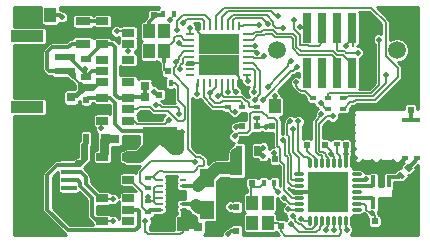
<source format=gbr>
G04 #@! TF.FileFunction,Copper,L1,Top,Signal*
%FSLAX46Y46*%
G04 Gerber Fmt 4.6, Leading zero omitted, Abs format (unit mm)*
G04 Created by KiCad (PCBNEW 4.0.2-stable) date 2016-06-02 00:43:14*
%MOMM*%
G01*
G04 APERTURE LIST*
%ADD10C,0.100000*%
%ADD11R,0.740000X2.550000*%
%ADD12C,1.500000*%
%ADD13R,0.400000X0.600000*%
%ADD14R,1.000000X1.250000*%
%ADD15R,0.700000X0.250000*%
%ADD16R,0.250000X0.700000*%
%ADD17R,1.725000X1.725000*%
%ADD18R,1.350000X0.400000*%
%ADD19C,1.250000*%
%ADD20C,1.550000*%
%ADD21R,0.600000X0.500000*%
%ADD22R,0.500000X0.600000*%
%ADD23R,0.800000X0.750000*%
%ADD24R,0.750000X0.800000*%
%ADD25R,0.500000X0.900000*%
%ADD26R,0.900000X0.500000*%
%ADD27R,1.200000X1.500000*%
%ADD28R,0.350000X1.000000*%
%ADD29R,1.300000X0.700000*%
%ADD30R,0.600000X0.400000*%
%ADD31R,1.060000X0.650000*%
%ADD32O,0.850000X0.300000*%
%ADD33O,0.300000X0.850000*%
%ADD34R,1.675000X1.675000*%
%ADD35R,0.500000X0.280000*%
%ADD36C,0.400000*%
%ADD37R,0.250000X0.600000*%
%ADD38R,0.900000X2.300000*%
%ADD39R,1.000000X1.200000*%
%ADD40R,1.600000X0.400000*%
%ADD41R,1.800000X0.600000*%
%ADD42R,2.800000X1.000000*%
%ADD43R,2.999740X1.600200*%
%ADD44C,0.500000*%
%ADD45C,0.150000*%
%ADD46C,0.300000*%
%ADD47C,1.000000*%
%ADD48C,0.254000*%
G04 APERTURE END LIST*
D10*
D11*
X65210000Y-45905000D03*
X65210000Y-42095000D03*
X66480000Y-45905000D03*
X66480000Y-42095000D03*
X67750000Y-45905000D03*
X67750000Y-42095000D03*
X69020000Y-45905000D03*
X69020000Y-42095000D03*
X70290000Y-45905000D03*
X70290000Y-42095000D03*
D12*
X72850000Y-44000000D03*
X62650000Y-44000000D03*
D13*
X53050000Y-40900000D03*
X53950000Y-40900000D03*
D14*
X62500000Y-48750000D03*
X64500000Y-48750000D03*
D15*
X55350000Y-42600000D03*
X55350000Y-43100000D03*
X55350000Y-43600000D03*
X55350000Y-44100000D03*
X55350000Y-44600000D03*
X55350000Y-45100000D03*
X55350000Y-45600000D03*
X55350000Y-46100000D03*
D16*
X56000000Y-46750000D03*
X56500000Y-46750000D03*
X57000000Y-46750000D03*
X57500000Y-46750000D03*
X58000000Y-46750000D03*
X58500000Y-46750000D03*
X59000000Y-46750000D03*
X59500000Y-46750000D03*
D15*
X60150000Y-46100000D03*
X60150000Y-45600000D03*
X60150000Y-45100000D03*
X60150000Y-44600000D03*
X60150000Y-44100000D03*
X60150000Y-43600000D03*
X60150000Y-43100000D03*
X60150000Y-42600000D03*
D16*
X59500000Y-41950000D03*
X59000000Y-41950000D03*
X58500000Y-41950000D03*
X58000000Y-41950000D03*
X57500000Y-41950000D03*
X57000000Y-41950000D03*
X56500000Y-41950000D03*
X56000000Y-41950000D03*
D17*
X58612500Y-45212500D03*
X58612500Y-43487500D03*
X56887500Y-45212500D03*
X56887500Y-43487500D03*
D18*
X45062540Y-53699100D03*
X45062540Y-54349100D03*
X45062540Y-54999100D03*
X45062540Y-55649100D03*
X45062540Y-56299100D03*
D19*
X45062540Y-52499100D03*
X45062540Y-57499100D03*
D20*
X42362540Y-51499100D03*
X42362540Y-58499100D03*
D21*
X53450000Y-45800000D03*
X52350000Y-45800000D03*
D22*
X62250000Y-50450000D03*
X62250000Y-51550000D03*
D21*
X52300000Y-41000000D03*
X51200000Y-41000000D03*
D22*
X59750000Y-50450000D03*
X59750000Y-51550000D03*
X61000000Y-50450000D03*
X61000000Y-51550000D03*
D23*
X49000000Y-51500000D03*
X50500000Y-51500000D03*
D22*
X65250000Y-52050000D03*
X65250000Y-50950000D03*
X46500000Y-48200000D03*
X46500000Y-49300000D03*
D21*
X60550000Y-55250000D03*
X59450000Y-55250000D03*
D23*
X56000000Y-59000000D03*
X57500000Y-59000000D03*
D22*
X63000000Y-58850000D03*
X63000000Y-57750000D03*
D14*
X54750000Y-58750000D03*
X52750000Y-58750000D03*
D21*
X52700000Y-47750000D03*
X53800000Y-47750000D03*
D22*
X66750000Y-52050000D03*
X66750000Y-50950000D03*
X59250000Y-59300000D03*
X59250000Y-58200000D03*
X59250000Y-57300000D03*
X59250000Y-56200000D03*
D24*
X51500000Y-48000000D03*
X51500000Y-49500000D03*
D21*
X70950000Y-58500000D03*
X72050000Y-58500000D03*
D22*
X68500000Y-52050000D03*
X68500000Y-50950000D03*
X62500000Y-53200000D03*
X62500000Y-54300000D03*
D24*
X51500000Y-47000000D03*
X51500000Y-45500000D03*
D14*
X59250000Y-54000000D03*
X61250000Y-54000000D03*
X43500000Y-41000000D03*
X41500000Y-41000000D03*
D22*
X74000000Y-49050000D03*
X74000000Y-47950000D03*
D25*
X46500000Y-51500000D03*
X48000000Y-51500000D03*
D26*
X46500000Y-44750000D03*
X46500000Y-46250000D03*
D25*
X59500000Y-52500000D03*
X61000000Y-52500000D03*
D27*
X56750000Y-57550000D03*
X56750000Y-54850000D03*
D28*
X72150000Y-55100000D03*
X71500000Y-55100000D03*
X70850000Y-55100000D03*
X70850000Y-56900000D03*
X71500000Y-56900000D03*
X72150000Y-56900000D03*
D29*
X46250000Y-43450000D03*
X46250000Y-41550000D03*
D30*
X65750000Y-48050000D03*
X65750000Y-48950000D03*
X67000000Y-48050000D03*
X67000000Y-48950000D03*
X68250000Y-48050000D03*
X68250000Y-48950000D03*
X67750000Y-51950000D03*
X67750000Y-51050000D03*
D13*
X61550000Y-55250000D03*
X62450000Y-55250000D03*
D30*
X51750000Y-56800000D03*
X51750000Y-57700000D03*
X58500000Y-48800000D03*
X58500000Y-49700000D03*
X59750000Y-49700000D03*
X59750000Y-48800000D03*
X61000000Y-49700000D03*
X61000000Y-48800000D03*
D13*
X53700000Y-46750000D03*
X52800000Y-46750000D03*
D30*
X51750000Y-55700000D03*
X51750000Y-54800000D03*
D31*
X47900000Y-56550000D03*
X47900000Y-57500000D03*
X47900000Y-58450000D03*
X50100000Y-58450000D03*
X50100000Y-56550000D03*
X50100000Y-57500000D03*
X47900000Y-53050000D03*
X47900000Y-54000000D03*
X47900000Y-54950000D03*
X50100000Y-54950000D03*
X50100000Y-53050000D03*
D32*
X64550000Y-54500000D03*
X64550000Y-55000000D03*
X64550000Y-55500000D03*
X64550000Y-56000000D03*
X64550000Y-56500000D03*
X64550000Y-57000000D03*
X64550000Y-57500000D03*
D33*
X65500000Y-58450000D03*
X66000000Y-58450000D03*
X66500000Y-58450000D03*
X67000000Y-58450000D03*
X67500000Y-58450000D03*
X68000000Y-58450000D03*
X68500000Y-58450000D03*
D32*
X69450000Y-57500000D03*
X69450000Y-57000000D03*
X69450000Y-56500000D03*
X69450000Y-56000000D03*
X69450000Y-55500000D03*
X69450000Y-55000000D03*
X69450000Y-54500000D03*
D33*
X68500000Y-53550000D03*
X68000000Y-53550000D03*
X67500000Y-53550000D03*
X67000000Y-53550000D03*
X66500000Y-53550000D03*
X66000000Y-53550000D03*
X65500000Y-53550000D03*
D34*
X67837500Y-56837500D03*
X67837500Y-55162500D03*
X66162500Y-56837500D03*
X66162500Y-55162500D03*
D35*
X54700000Y-57500000D03*
X54700000Y-57000000D03*
X54700000Y-56500000D03*
X54700000Y-56000000D03*
X54700000Y-55500000D03*
X54700000Y-55000000D03*
X52800000Y-55000000D03*
X52800000Y-55500000D03*
X52800000Y-56000000D03*
X52800000Y-56500000D03*
X52800000Y-57000000D03*
X52800000Y-57500000D03*
D36*
X53750000Y-56950000D03*
X53750000Y-55550000D03*
X53750000Y-56250000D03*
D37*
X53500000Y-54850000D03*
X54000000Y-54850000D03*
X53500000Y-57650000D03*
X54000000Y-57650000D03*
D38*
X53750000Y-56250000D03*
D31*
X47900000Y-48050000D03*
X47900000Y-49000000D03*
X47900000Y-49950000D03*
X50100000Y-49950000D03*
X50100000Y-48050000D03*
X50100000Y-49000000D03*
X50100000Y-43450000D03*
X50100000Y-42500000D03*
X50100000Y-41550000D03*
X47900000Y-41550000D03*
X47900000Y-43450000D03*
D39*
X53150000Y-44100000D03*
X53150000Y-42400000D03*
X51850000Y-42400000D03*
X51850000Y-44100000D03*
X60600000Y-56900000D03*
X60600000Y-58600000D03*
X61900000Y-58600000D03*
X61900000Y-56900000D03*
D30*
X73500000Y-53100000D03*
X74500000Y-53100000D03*
D40*
X74000000Y-49900000D03*
D24*
X45250000Y-48000000D03*
X45250000Y-49500000D03*
D41*
X44700000Y-44550000D03*
X44700000Y-45800000D03*
X44700000Y-47050000D03*
D42*
X41500000Y-48800000D03*
X41500000Y-42800000D03*
D31*
X50100000Y-46700000D03*
X50100000Y-45750000D03*
X50100000Y-44800000D03*
X47900000Y-44800000D03*
X47900000Y-46700000D03*
X47900000Y-45750000D03*
D43*
X52800360Y-51250000D03*
X57199640Y-51250000D03*
D10*
G36*
X73252513Y-54921751D02*
X72828249Y-54497487D01*
X73111091Y-54214645D01*
X73535355Y-54638909D01*
X73252513Y-54921751D01*
X73252513Y-54921751D01*
G37*
G36*
X73888909Y-54285355D02*
X73464645Y-53861091D01*
X73747487Y-53578249D01*
X74171751Y-54002513D01*
X73888909Y-54285355D01*
X73888909Y-54285355D01*
G37*
D44*
X40900000Y-50000000D03*
X41700000Y-50000000D03*
X42500000Y-50000000D03*
X43400000Y-50000000D03*
X69700000Y-58800000D03*
X70300000Y-59300000D03*
X71100000Y-59400000D03*
X72100000Y-59300000D03*
X73000000Y-59300000D03*
X73900000Y-45000000D03*
X73800000Y-42900000D03*
X72900000Y-42600000D03*
X73700000Y-42100000D03*
X72800000Y-41700000D03*
X72100000Y-40700000D03*
X73000000Y-40700000D03*
X73900000Y-40700000D03*
X74500000Y-41400000D03*
X74500000Y-42200000D03*
X74500000Y-43000000D03*
X74500000Y-43800000D03*
X74500000Y-44600000D03*
X74500000Y-45400000D03*
X74400000Y-46300000D03*
X74100000Y-47100000D03*
X45200000Y-40600000D03*
X46100000Y-40600000D03*
X47200000Y-40600000D03*
X48100000Y-40600000D03*
X49100000Y-40600000D03*
X40600000Y-41600000D03*
X40600000Y-40800000D03*
X69100000Y-50300000D03*
X49800000Y-51500000D03*
X67800000Y-50400000D03*
X67100000Y-50300000D03*
X65200000Y-50400000D03*
X58612500Y-43487500D03*
X56887500Y-45212500D03*
X56887500Y-43487500D03*
X58612500Y-45212500D03*
X62184241Y-53894559D03*
X63300000Y-58100000D03*
X65700000Y-49500000D03*
X64600000Y-47900000D03*
X69300000Y-53100000D03*
X69200000Y-52400000D03*
X69145982Y-51693432D03*
X71000000Y-42250000D03*
X70250000Y-44250000D03*
X58750000Y-55250000D03*
X58750000Y-56250000D03*
X58500000Y-58250000D03*
X58250000Y-59000000D03*
X48750000Y-57500000D03*
X46000000Y-56500000D03*
X44000000Y-56250000D03*
X47050010Y-54750000D03*
X47000000Y-54000000D03*
X60500000Y-54000000D03*
X61750000Y-51250000D03*
X60500000Y-51500000D03*
X57500000Y-52500000D03*
X56750000Y-52500000D03*
X56000000Y-52500000D03*
X55750000Y-50250000D03*
X56500000Y-50250000D03*
X57250000Y-50250000D03*
X53750000Y-48250000D03*
X52275002Y-46750000D03*
X52500000Y-45250000D03*
X50750000Y-40500000D03*
X50000000Y-41000000D03*
X51500000Y-46199998D03*
X50751910Y-45994029D03*
X52100000Y-49600000D03*
X47032844Y-48782844D03*
X46500000Y-50000000D03*
X44500000Y-49500000D03*
X43250000Y-47000000D03*
X42250000Y-41000000D03*
X66162500Y-55162500D03*
X66162500Y-56837500D03*
X67837500Y-56837500D03*
X67837500Y-55162500D03*
X69100000Y-51000000D03*
X69100000Y-49500000D03*
X69500000Y-48750000D03*
X70250000Y-48750000D03*
X71000000Y-48750000D03*
X71750000Y-48750000D03*
X72500000Y-48750000D03*
X73250000Y-48750000D03*
X73250000Y-48000000D03*
X73750000Y-59500000D03*
X74500000Y-59250000D03*
X74500000Y-58500000D03*
X74500000Y-57750000D03*
X74500000Y-57000000D03*
X74500000Y-56250000D03*
X74500000Y-55500000D03*
X74571749Y-53999451D03*
X74250000Y-54750000D03*
X73750000Y-55250000D03*
X73000000Y-55500000D03*
X73000000Y-56250000D03*
X73000000Y-57000000D03*
X73000000Y-57750000D03*
X72250000Y-57750000D03*
X71500000Y-57750000D03*
X70750000Y-53500000D03*
X70000000Y-53500000D03*
X70500000Y-54000000D03*
X71250000Y-54000000D03*
X71500000Y-53500000D03*
X72500000Y-53500000D03*
X72000000Y-54000000D03*
X72750000Y-54000000D03*
X73250000Y-53500000D03*
X55200000Y-57800000D03*
X51800000Y-56400000D03*
X51550010Y-58500000D03*
X54600000Y-50900000D03*
X54300000Y-52400000D03*
X55500000Y-58300000D03*
X60200000Y-46600000D03*
X54500000Y-45600000D03*
X55300000Y-42100000D03*
X62400000Y-52700000D03*
X62500000Y-47900000D03*
X70200000Y-54900000D03*
X64750000Y-58250000D03*
X64600000Y-42000000D03*
X58750000Y-57250000D03*
X58540690Y-59581380D03*
X61500000Y-52974998D03*
X61500000Y-52250000D03*
X61750000Y-50500000D03*
X59250000Y-50500000D03*
X52262985Y-47497308D03*
X66800000Y-59200000D03*
X68600000Y-59200000D03*
X70750000Y-57800002D03*
X67250000Y-52750000D03*
X68500000Y-52750000D03*
X59250000Y-52750000D03*
X55700010Y-53465000D03*
X46400000Y-45600000D03*
X44500000Y-41200000D03*
X53600000Y-41400000D03*
X54410883Y-43410883D03*
X54200000Y-42300000D03*
X66374999Y-48483187D03*
X63200000Y-42100000D03*
X64024990Y-50700000D03*
X62737384Y-41065618D03*
X63800000Y-50000000D03*
X61473867Y-48212870D03*
X64400000Y-45400000D03*
X61200000Y-41900000D03*
X63200011Y-51600000D03*
X62750000Y-56000000D03*
X67500000Y-59200000D03*
X59100000Y-49200000D03*
X67400000Y-49600000D03*
X50100000Y-44074998D03*
X47800000Y-50600000D03*
X52400000Y-48600000D03*
X54400000Y-49400000D03*
X56975010Y-47600000D03*
X53500000Y-49900000D03*
X57700000Y-47900000D03*
X59200000Y-47500000D03*
X66392710Y-49406075D03*
X63861901Y-58726887D03*
X48800000Y-56600000D03*
X61024995Y-44209819D03*
X48800000Y-58500000D03*
X60800000Y-43600000D03*
X64100000Y-41400000D03*
X71300000Y-43100000D03*
X69500000Y-44200000D03*
X71900000Y-46100000D03*
X54700000Y-41700000D03*
X64300000Y-46700000D03*
X68500000Y-43600000D03*
X54100000Y-45000000D03*
X55900000Y-47700000D03*
X59100000Y-51300000D03*
X58500000Y-47500000D03*
X63300000Y-56500000D03*
X60700000Y-47500000D03*
X63650002Y-57450704D03*
X60800000Y-48200000D03*
X64000000Y-58000000D03*
X49100000Y-42400000D03*
X61606630Y-44499995D03*
X63900000Y-44900000D03*
X61900000Y-41800000D03*
X61900000Y-47100000D03*
X64500000Y-50000000D03*
D45*
X53300000Y-45800000D02*
X53150000Y-45650000D01*
X53150000Y-45650000D02*
X53150000Y-44100000D01*
X53650000Y-45800000D02*
X53300000Y-45800000D01*
X54100000Y-42800000D02*
X54550000Y-42800000D01*
X54550000Y-42800000D02*
X54850000Y-43100000D01*
X54850000Y-43100000D02*
X55350000Y-43100000D01*
X53950000Y-42950000D02*
X54100000Y-42800000D01*
X53950000Y-43200000D02*
X53150000Y-44000000D01*
X53950000Y-43200000D02*
X53950000Y-42950000D01*
X53150000Y-44000000D02*
X53150000Y-44100000D01*
D46*
X53150000Y-45000000D02*
X53150000Y-44100000D01*
D45*
X42500000Y-50000000D02*
X41700000Y-50000000D01*
X44500000Y-49500000D02*
X43900000Y-49500000D01*
X43900000Y-49500000D02*
X43400000Y-50000000D01*
X70300000Y-59300000D02*
X70200000Y-59300000D01*
X70200000Y-59300000D02*
X69700000Y-58800000D01*
X72100000Y-59300000D02*
X71200000Y-59300000D01*
X71200000Y-59300000D02*
X71100000Y-59400000D01*
X73750000Y-59500000D02*
X73200000Y-59500000D01*
X73200000Y-59500000D02*
X73000000Y-59300000D01*
X72900000Y-42600000D02*
X73700000Y-42600000D01*
X73700000Y-42600000D02*
X74000000Y-42900000D01*
X72800000Y-41700000D02*
X73300000Y-41700000D01*
X73300000Y-41700000D02*
X73700000Y-42100000D01*
X73000000Y-40700000D02*
X72100000Y-40700000D01*
X74500000Y-41400000D02*
X74500000Y-41300000D01*
X74500000Y-41300000D02*
X73900000Y-40700000D01*
X74500000Y-43000000D02*
X74500000Y-42200000D01*
X74500000Y-44600000D02*
X74500000Y-43800000D01*
X74400000Y-46300000D02*
X74400000Y-45500000D01*
X74400000Y-45500000D02*
X74500000Y-45400000D01*
X73250000Y-48000000D02*
X73250000Y-47950000D01*
X73250000Y-47950000D02*
X74100000Y-47100000D01*
X46100000Y-40600000D02*
X45200000Y-40600000D01*
X48100000Y-40600000D02*
X47200000Y-40600000D01*
X50000000Y-41000000D02*
X49500000Y-41000000D01*
X49500000Y-41000000D02*
X49100000Y-40600000D01*
X41500000Y-41000000D02*
X40800000Y-41000000D01*
X40800000Y-41000000D02*
X40600000Y-40800000D01*
X69100000Y-49500000D02*
X69100000Y-50300000D01*
X67750000Y-51050000D02*
X67750000Y-50450000D01*
X67750000Y-50450000D02*
X67800000Y-50400000D01*
X69100000Y-51000000D02*
X68550000Y-51000000D01*
X68550000Y-51000000D02*
X68500000Y-50950000D01*
X52350000Y-45800000D02*
X52350000Y-45400000D01*
X52350000Y-45400000D02*
X52500000Y-45250000D01*
D46*
X53750000Y-56950000D02*
X53750000Y-57400000D01*
X53750000Y-57400000D02*
X53500000Y-57650000D01*
X53500000Y-54850000D02*
X53500000Y-56000000D01*
X53500000Y-56000000D02*
X53750000Y-56250000D01*
X54000000Y-54850000D02*
X54000000Y-55300000D01*
X54000000Y-55300000D02*
X53750000Y-55550000D01*
D45*
X50500000Y-51500000D02*
X49800000Y-51500000D01*
X52100000Y-49600000D02*
X51600000Y-49600000D01*
X51600000Y-49600000D02*
X51500000Y-49500000D01*
X60500000Y-51500000D02*
X59800000Y-51500000D01*
X59800000Y-51500000D02*
X59750000Y-51550000D01*
X58500000Y-49700000D02*
X57800000Y-49700000D01*
X57800000Y-49700000D02*
X57250000Y-50250000D01*
X59750000Y-49700000D02*
X58500000Y-49700000D01*
X66750000Y-50950000D02*
X66750000Y-50650000D01*
X66750000Y-50650000D02*
X67100000Y-50300000D01*
X65250000Y-50950000D02*
X65250000Y-50450000D01*
X65250000Y-50450000D02*
X65200000Y-50400000D01*
X56000000Y-41950000D02*
X56000000Y-42450000D01*
X56000000Y-42450000D02*
X56887500Y-43337500D01*
X56887500Y-43337500D02*
X56887500Y-43487500D01*
X55350000Y-45100000D02*
X56775000Y-45100000D01*
X56775000Y-45100000D02*
X56887500Y-45212500D01*
X59500000Y-46750000D02*
X59500000Y-46250000D01*
X59500000Y-46250000D02*
X58612500Y-45362500D01*
X58612500Y-45362500D02*
X58612500Y-45212500D01*
X58612500Y-43487500D02*
X56887500Y-43487500D01*
X62500000Y-54300000D02*
X62500000Y-54210318D01*
X62500000Y-54210318D02*
X62184241Y-53894559D01*
D46*
X63000000Y-57750000D02*
X63000000Y-57800000D01*
X63000000Y-57800000D02*
X63300000Y-58100000D01*
X65750000Y-48950000D02*
X65750000Y-49450000D01*
X65750000Y-49450000D02*
X65700000Y-49500000D01*
X64500000Y-48750000D02*
X64500000Y-48000000D01*
X64500000Y-48000000D02*
X64600000Y-47900000D01*
X64550000Y-56000000D02*
X65325000Y-56000000D01*
X65325000Y-56000000D02*
X66162500Y-56837500D01*
D45*
X59750000Y-51550000D02*
X59550000Y-51550000D01*
X69200000Y-52400000D02*
X69200000Y-53000000D01*
X69200000Y-53000000D02*
X69300000Y-53100000D01*
X69000000Y-51000000D02*
X69000000Y-51547450D01*
X69000000Y-51547450D02*
X69145982Y-51693432D01*
X70290000Y-42095000D02*
X70845000Y-42095000D01*
X70845000Y-42095000D02*
X71000000Y-42250000D01*
X70290000Y-45905000D02*
X70290000Y-44290000D01*
X70290000Y-44290000D02*
X70250000Y-44250000D01*
D46*
X59450000Y-55250000D02*
X58750000Y-55250000D01*
X59250000Y-56200000D02*
X58800000Y-56200000D01*
X58800000Y-56200000D02*
X58750000Y-56250000D01*
X59250000Y-58200000D02*
X58550000Y-58200000D01*
X58550000Y-58200000D02*
X58500000Y-58250000D01*
X57500000Y-59000000D02*
X58250000Y-59000000D01*
X54700000Y-56500000D02*
X54000000Y-56500000D01*
X54000000Y-56500000D02*
X53750000Y-56250000D01*
X54700000Y-56000000D02*
X54000000Y-56000000D01*
X54000000Y-56000000D02*
X53750000Y-56250000D01*
X53949999Y-58300001D02*
X53949999Y-58000000D01*
X53750000Y-59000000D02*
X53750000Y-58500000D01*
X53750000Y-58500000D02*
X53949999Y-58300001D01*
X53250000Y-59000000D02*
X53750000Y-59000000D01*
X53250000Y-58500000D02*
X53250000Y-59000000D01*
X53500000Y-58500000D02*
X53250000Y-58500000D01*
X53750000Y-58250000D02*
X53500000Y-58500000D01*
X53750000Y-58750000D02*
X53750000Y-58250000D01*
X52750000Y-58750000D02*
X53750000Y-58750000D01*
X53250000Y-58250000D02*
X53575000Y-58250000D01*
X53575000Y-58250000D02*
X54000000Y-57825000D01*
X54000000Y-57825000D02*
X54000000Y-57650000D01*
X53500000Y-58000000D02*
X53250000Y-58250000D01*
X53500000Y-57650000D02*
X53500000Y-58000000D01*
X47900000Y-57500000D02*
X48750000Y-57500000D01*
X45062540Y-56299100D02*
X45799100Y-56299100D01*
X45799100Y-56299100D02*
X46000000Y-56500000D01*
X45062540Y-56299100D02*
X44049100Y-56299100D01*
X44049100Y-56299100D02*
X44000000Y-56250000D01*
X47900000Y-54950000D02*
X47250010Y-54950000D01*
X47250010Y-54950000D02*
X47050010Y-54750000D01*
X47900000Y-54000000D02*
X47000000Y-54000000D01*
X61250000Y-54000000D02*
X60500000Y-54000000D01*
X62250000Y-51550000D02*
X62050000Y-51550000D01*
X62050000Y-51550000D02*
X61750000Y-51250000D01*
X61000000Y-51550000D02*
X60550000Y-51550000D01*
X60550000Y-51550000D02*
X60500000Y-51500000D01*
X56000000Y-52500000D02*
X56750000Y-52500000D01*
X56500000Y-50250000D02*
X55750000Y-50250000D01*
X57199640Y-51250000D02*
X57199640Y-50300360D01*
X57199640Y-50300360D02*
X57250000Y-50250000D01*
X53800000Y-47750000D02*
X53800000Y-48200000D01*
X53800000Y-48200000D02*
X53750000Y-48250000D01*
X52800000Y-46750000D02*
X52275002Y-46750000D01*
X51200000Y-41000000D02*
X51200000Y-40950000D01*
X51200000Y-40950000D02*
X50750000Y-40500000D01*
X50100000Y-41550000D02*
X50100000Y-41100000D01*
X50100000Y-41100000D02*
X50000000Y-41000000D01*
X51500000Y-45500000D02*
X51500000Y-46199998D01*
X50100000Y-45750000D02*
X50507881Y-45750000D01*
X50507881Y-45750000D02*
X50751910Y-45994029D01*
X47900000Y-49000000D02*
X47250000Y-49000000D01*
X47250000Y-49000000D02*
X47032844Y-48782844D01*
X46500000Y-49300000D02*
X46500000Y-50000000D01*
X45250000Y-49500000D02*
X44500000Y-49500000D01*
X44600000Y-47000000D02*
X43250000Y-47000000D01*
X41500000Y-41000000D02*
X42250000Y-41000000D01*
D45*
X72050000Y-58500000D02*
X72050000Y-57950000D01*
X72050000Y-57950000D02*
X72250000Y-57750000D01*
X72150000Y-56900000D02*
X72150000Y-57650000D01*
X72150000Y-57650000D02*
X72250000Y-57750000D01*
X71500000Y-55100000D02*
X71500000Y-54250000D01*
X71500000Y-54250000D02*
X71250000Y-54000000D01*
D46*
X70250000Y-48750000D02*
X69500000Y-48750000D01*
X71750000Y-48750000D02*
X71000000Y-48750000D01*
X73250000Y-48750000D02*
X72500000Y-48750000D01*
X74000000Y-47950000D02*
X73300000Y-47950000D01*
X73300000Y-47950000D02*
X73250000Y-48000000D01*
X74500000Y-58500000D02*
X74500000Y-59250000D01*
X74500000Y-57000000D02*
X74500000Y-57750000D01*
X74500000Y-55500000D02*
X74500000Y-56250000D01*
X74250000Y-54750000D02*
X74571749Y-54428251D01*
X74571749Y-54428251D02*
X74571749Y-53999451D01*
X73000000Y-55500000D02*
X73500000Y-55500000D01*
X73500000Y-55500000D02*
X73750000Y-55250000D01*
X73000000Y-57000000D02*
X73000000Y-56250000D01*
X72250000Y-57750000D02*
X73000000Y-57750000D01*
X71500000Y-56900000D02*
X71500000Y-57750000D01*
X70000000Y-53500000D02*
X70750000Y-53500000D01*
X71250000Y-54000000D02*
X70500000Y-54000000D01*
X72500000Y-53500000D02*
X71500000Y-53500000D01*
X72750000Y-54000000D02*
X72000000Y-54000000D01*
X73500000Y-53100000D02*
X73500000Y-53250000D01*
X73500000Y-53250000D02*
X73250000Y-53500000D01*
X52300000Y-41000000D02*
X53050000Y-41000000D01*
X51850000Y-42400000D02*
X51850000Y-41650000D01*
X51850000Y-41650000D02*
X52300000Y-41200000D01*
X52300000Y-41200000D02*
X52300000Y-41000000D01*
X48000000Y-51500000D02*
X48000000Y-51750000D01*
X48000000Y-51750000D02*
X48250000Y-52000000D01*
X48250000Y-52000000D02*
X48250000Y-52750000D01*
X48000000Y-52250000D02*
X48250000Y-52000000D01*
X48000000Y-53000000D02*
X48000000Y-52250000D01*
X47950000Y-53050000D02*
X48000000Y-53000000D01*
X47900000Y-53050000D02*
X47950000Y-53050000D01*
X47900000Y-53050000D02*
X47900000Y-51600000D01*
X47900000Y-51600000D02*
X48000000Y-51500000D01*
X48250000Y-51250000D02*
X48500000Y-51250000D01*
X48250000Y-51750000D02*
X48250000Y-51250000D01*
X48500000Y-51750000D02*
X48250000Y-51750000D01*
X48750000Y-51500000D02*
X48500000Y-51750000D01*
X49000000Y-51500000D02*
X48750000Y-51500000D01*
X48000000Y-51500000D02*
X49000000Y-51500000D01*
D45*
X60500000Y-55550000D02*
X60500000Y-55300000D01*
X60500000Y-55300000D02*
X60550000Y-55250000D01*
X60500000Y-55550000D02*
X61250000Y-55550000D01*
X61250000Y-55550000D02*
X61550000Y-55250000D01*
X60500000Y-55550000D02*
X60500000Y-56800000D01*
X60500000Y-56800000D02*
X60600000Y-56900000D01*
D46*
X55400001Y-58600001D02*
X55300000Y-58500000D01*
X55909999Y-58600001D02*
X55400001Y-58600001D01*
X55800000Y-58231384D02*
X55800000Y-58490002D01*
X55800000Y-58490002D02*
X55909999Y-58600001D01*
X55568616Y-58000000D02*
X55800000Y-58231384D01*
X55300000Y-58100000D02*
X55400000Y-58000000D01*
X55400000Y-58000000D02*
X55568616Y-58000000D01*
X55200000Y-58100000D02*
X55300000Y-58100000D01*
X55200000Y-57800000D02*
X55200000Y-58100000D01*
X54900000Y-58100000D02*
X55100000Y-58300000D01*
X55100000Y-58300000D02*
X55500000Y-58300000D01*
X54900000Y-57900000D02*
X54900000Y-58100000D01*
X55000000Y-57800000D02*
X54900000Y-57900000D01*
X55200000Y-57800000D02*
X55000000Y-57800000D01*
X54700000Y-57500000D02*
X54868616Y-57500000D01*
X54868616Y-57500000D02*
X54949992Y-57581376D01*
X54949992Y-57581376D02*
X55184308Y-57815692D01*
D45*
X54700000Y-57500000D02*
X55200000Y-58000000D01*
X51800000Y-56400000D02*
X51800000Y-56750000D01*
X51800000Y-56750000D02*
X51750000Y-56800000D01*
X51600000Y-59400000D02*
X51550010Y-59350010D01*
X51550010Y-59350010D02*
X51550010Y-58500000D01*
X51800000Y-59600000D02*
X51600000Y-59400000D01*
X54500000Y-59600000D02*
X51800000Y-59600000D01*
X54750000Y-59350000D02*
X54500000Y-59600000D01*
X54750000Y-58750000D02*
X54750000Y-59350000D01*
D46*
X54400000Y-51200000D02*
X54400000Y-51800000D01*
X54350001Y-51150001D02*
X54400000Y-51200000D01*
X54600000Y-50900000D02*
X54350001Y-51150001D01*
X54600000Y-50900000D02*
X53150360Y-50900000D01*
X53150360Y-50900000D02*
X52800360Y-51250000D01*
X54600000Y-50900000D02*
X54600000Y-52100000D01*
X54600000Y-52100000D02*
X54300000Y-52400000D01*
D47*
X54300000Y-52400000D02*
X53950360Y-52400000D01*
X53950360Y-52400000D02*
X52800360Y-51250000D01*
D46*
X56000000Y-59000000D02*
X56000000Y-58800000D01*
X56000000Y-58800000D02*
X55500000Y-58300000D01*
X55500000Y-58750000D02*
X55250000Y-58750000D01*
X55750000Y-59000000D02*
X55500000Y-58750000D01*
X56000000Y-59000000D02*
X55750000Y-59000000D01*
X56000000Y-59000000D02*
X55000000Y-59000000D01*
X55000000Y-59000000D02*
X54750000Y-58750000D01*
X54700000Y-57500000D02*
X54700000Y-58700000D01*
X54700000Y-58700000D02*
X54750000Y-58750000D01*
D45*
X52275001Y-56750000D02*
X52275001Y-56500000D01*
X52275001Y-56875001D02*
X52275001Y-56750000D01*
X52275001Y-56750000D02*
X52225001Y-56800000D01*
X52225001Y-56800000D02*
X51750000Y-56800000D01*
X52275001Y-56500000D02*
X52275001Y-56000000D01*
X52275001Y-56000000D02*
X52275001Y-55624999D01*
X52800000Y-56000000D02*
X52275001Y-56000000D01*
X52800000Y-56500000D02*
X52275001Y-56500000D01*
X52800000Y-57000000D02*
X52400000Y-57000000D01*
X52400000Y-57000000D02*
X52275001Y-56875001D01*
X52275001Y-55624999D02*
X52400000Y-55500000D01*
X52400000Y-55500000D02*
X52800000Y-55500000D01*
D47*
X50100000Y-53050000D02*
X51000360Y-53050000D01*
X51000360Y-53050000D02*
X52800360Y-51250000D01*
D46*
X52800360Y-51250000D02*
X51750000Y-51250000D01*
X51750000Y-51250000D02*
X51324999Y-50824999D01*
X49574999Y-50824999D02*
X49000000Y-50250000D01*
X51324999Y-50824999D02*
X49574999Y-50824999D01*
X49000000Y-50250000D02*
X49000000Y-48500000D01*
X49000000Y-48500000D02*
X48550000Y-48050000D01*
X48550000Y-48050000D02*
X47900000Y-48050000D01*
X47900000Y-48050000D02*
X46650000Y-48050000D01*
X46650000Y-48050000D02*
X46500000Y-48200000D01*
D45*
X68000000Y-58450000D02*
X68000000Y-59100000D01*
X67899971Y-59700029D02*
X63400029Y-59700029D01*
X68000000Y-59100000D02*
X68100000Y-59200000D01*
X68100000Y-59200000D02*
X68100000Y-59500000D01*
X68100000Y-59500000D02*
X67899971Y-59700029D01*
X63400029Y-59700029D02*
X63000000Y-59300000D01*
X63000000Y-59300000D02*
X63000000Y-58850000D01*
X61900000Y-58600000D02*
X62750000Y-58600000D01*
X62750000Y-58600000D02*
X63000000Y-58850000D01*
X54500000Y-45600000D02*
X54500000Y-45246447D01*
X54500000Y-45246447D02*
X54700000Y-45046447D01*
X54700000Y-45046447D02*
X54700000Y-44750000D01*
X61750000Y-50500000D02*
X61050000Y-50500000D01*
X61050000Y-50500000D02*
X61000000Y-50450000D01*
X61000000Y-49700000D02*
X61000000Y-50450000D01*
X54700000Y-44750000D02*
X54850000Y-44600000D01*
X54850000Y-44600000D02*
X55350000Y-44600000D01*
X55350000Y-44600000D02*
X55000000Y-44600000D01*
X60150000Y-46100000D02*
X60150000Y-46550000D01*
X60150000Y-46550000D02*
X60200000Y-46600000D01*
X55350000Y-42600000D02*
X55350000Y-42150000D01*
X55350000Y-42150000D02*
X55300000Y-42100000D01*
X62500000Y-53200000D02*
X62500000Y-52800000D01*
X62500000Y-52800000D02*
X62400000Y-52700000D01*
D46*
X62500000Y-48750000D02*
X62500000Y-47900000D01*
X69450000Y-55000000D02*
X70100000Y-55000000D01*
X70100000Y-55000000D02*
X70200000Y-54900000D01*
D45*
X70950000Y-58500000D02*
X70950000Y-58000002D01*
X70950000Y-58000002D02*
X70750000Y-57800002D01*
X68500000Y-58450000D02*
X68500000Y-59100000D01*
X68500000Y-59100000D02*
X68600000Y-59200000D01*
X67000000Y-58450000D02*
X67000000Y-58900000D01*
X67000000Y-58900000D02*
X66700000Y-59200000D01*
X64750000Y-58250000D02*
X65000000Y-58500000D01*
X65000000Y-58500000D02*
X65450000Y-58500000D01*
X65450000Y-58500000D02*
X65500000Y-58450000D01*
X65210000Y-42095000D02*
X64595000Y-42095000D01*
X64595000Y-42095000D02*
X64500000Y-42000000D01*
D46*
X59250000Y-57300000D02*
X58800000Y-57300000D01*
X58800000Y-57300000D02*
X58750000Y-57250000D01*
X59250000Y-59300000D02*
X58822070Y-59300000D01*
X58822070Y-59300000D02*
X58540690Y-59581380D01*
X61000000Y-52500000D02*
X61025002Y-52500000D01*
X61025002Y-52500000D02*
X61500000Y-52974998D01*
X61250000Y-52500000D02*
X61500000Y-52250000D01*
X61000000Y-52500000D02*
X61250000Y-52500000D01*
X62250000Y-50450000D02*
X61800000Y-50450000D01*
X61800000Y-50450000D02*
X61750000Y-50500000D01*
X59750000Y-50450000D02*
X59300000Y-50450000D01*
X59300000Y-50450000D02*
X59250000Y-50500000D01*
X61000000Y-49700000D02*
X60837772Y-49700000D01*
X52700000Y-47750000D02*
X52515677Y-47750000D01*
X52515677Y-47750000D02*
X52262985Y-47497308D01*
D45*
X68500000Y-58450000D02*
X68500000Y-58750000D01*
X70250000Y-57500000D02*
X70550002Y-57800002D01*
X70550002Y-57800002D02*
X70750000Y-57800002D01*
X70250000Y-57225000D02*
X70250000Y-57500000D01*
X69450000Y-57000000D02*
X70025000Y-57000000D01*
X70025000Y-57000000D02*
X70250000Y-57225000D01*
X67250000Y-52750000D02*
X67250000Y-52550000D01*
X67250000Y-52550000D02*
X66750000Y-52050000D01*
X67500000Y-53244656D02*
X67500000Y-53000000D01*
X67500000Y-53000000D02*
X67250000Y-52750000D01*
X67500000Y-53550000D02*
X67500000Y-53244656D01*
D46*
X68500000Y-52750000D02*
X68500000Y-52050000D01*
X68500000Y-53550000D02*
X68500000Y-52750000D01*
X51500000Y-48000000D02*
X50150000Y-48000000D01*
X50150000Y-48000000D02*
X50100000Y-48050000D01*
X51500000Y-47000000D02*
X51500000Y-48000000D01*
X50100000Y-48050000D02*
X49270000Y-48050000D01*
X49270000Y-48050000D02*
X49000000Y-47780000D01*
X49000000Y-47780000D02*
X49000000Y-43720000D01*
X49000000Y-43720000D02*
X48730000Y-43450000D01*
X48730000Y-43450000D02*
X47900000Y-43450000D01*
X46500000Y-44750000D02*
X46600000Y-44750000D01*
X46600000Y-44750000D02*
X47900000Y-43450000D01*
D45*
X52000000Y-53400000D02*
X55635010Y-53400000D01*
X55635010Y-53400000D02*
X55700010Y-53465000D01*
X51100000Y-54300000D02*
X52000000Y-53400000D01*
X51100000Y-55150000D02*
X51100000Y-54300000D01*
X51750000Y-55700000D02*
X51650000Y-55700000D01*
X51650000Y-55700000D02*
X51100000Y-55150000D01*
D46*
X54700000Y-55500000D02*
X56000000Y-55500000D01*
D47*
X59250000Y-54000000D02*
X59250000Y-52750000D01*
X56650000Y-54850000D02*
X56000000Y-55500000D01*
X56750000Y-54850000D02*
X56650000Y-54850000D01*
X59250000Y-54000000D02*
X57600000Y-54000000D01*
X57600000Y-54000000D02*
X56750000Y-54850000D01*
D46*
X46400000Y-45600000D02*
X46400000Y-46150000D01*
X46400000Y-46150000D02*
X46500000Y-46250000D01*
X43500000Y-41000000D02*
X44300000Y-41000000D01*
X44300000Y-41000000D02*
X44500000Y-41200000D01*
X47900000Y-45750000D02*
X47000000Y-45750000D01*
X47000000Y-45750000D02*
X46500000Y-46250000D01*
X44600000Y-44500000D02*
X45250000Y-44500000D01*
X45250000Y-44500000D02*
X45250000Y-44740002D01*
X45250000Y-44740002D02*
X45809999Y-45300001D01*
X45809999Y-45300001D02*
X45809999Y-45309999D01*
X45809999Y-45309999D02*
X46500000Y-46000000D01*
X46500000Y-46000000D02*
X46500000Y-46250000D01*
X47900000Y-45750000D02*
X47500000Y-45750000D01*
X45062540Y-53699100D02*
X44087540Y-53699100D01*
X44087540Y-53699100D02*
X43250000Y-54536640D01*
X43250000Y-54536640D02*
X43250000Y-57500000D01*
X43250000Y-57500000D02*
X45000000Y-59250000D01*
X51000000Y-58945002D02*
X51000000Y-57570000D01*
X45000000Y-59250000D02*
X50695002Y-59250000D01*
X50695002Y-59250000D02*
X51000000Y-58945002D01*
X51000000Y-57570000D02*
X50930000Y-57500000D01*
X50930000Y-57500000D02*
X50100000Y-57500000D01*
X46236640Y-53500000D02*
X45750000Y-53500000D01*
X46250000Y-53250000D02*
X46250000Y-53486640D01*
X46250000Y-53486640D02*
X46236640Y-53500000D01*
X46250000Y-52000000D02*
X46250000Y-53250000D01*
X46500000Y-51750000D02*
X46250000Y-52000000D01*
X46500000Y-51500000D02*
X46500000Y-51750000D01*
X46500000Y-53236640D02*
X46500000Y-51500000D01*
X45062540Y-53699100D02*
X46037540Y-53699100D01*
X46037540Y-53699100D02*
X46500000Y-53236640D01*
X47900000Y-41550000D02*
X46250000Y-41550000D01*
D45*
X53950000Y-40900000D02*
X53950000Y-41050000D01*
X53950000Y-41050000D02*
X53600000Y-41400000D01*
X55350000Y-43600000D02*
X54600000Y-43600000D01*
X54600000Y-43600000D02*
X54410883Y-43410883D01*
X54700000Y-41000000D02*
X54200000Y-41500000D01*
X54200000Y-41500000D02*
X54200000Y-42300000D01*
X55700000Y-41000000D02*
X54700000Y-41000000D01*
X56550000Y-41000000D02*
X55700000Y-41000000D01*
X57000000Y-41950000D02*
X57000000Y-41450000D01*
X57000000Y-41450000D02*
X56550000Y-41000000D01*
X67000000Y-48950000D02*
X66841812Y-48950000D01*
X66841812Y-48950000D02*
X66374999Y-48483187D01*
X57500000Y-41950000D02*
X57500000Y-41100000D01*
X57500000Y-41100000D02*
X58200020Y-40399980D01*
X58200020Y-40399980D02*
X70644982Y-40399980D01*
X70644982Y-40399980D02*
X71874999Y-41629997D01*
X71874999Y-41629997D02*
X71874999Y-44474999D01*
X71874999Y-44474999D02*
X72900000Y-45500000D01*
X70999980Y-48200020D02*
X72900000Y-46300000D01*
X72900000Y-46300000D02*
X72900000Y-45500000D01*
X69346978Y-48200020D02*
X70999980Y-48200020D01*
X68900000Y-48400000D02*
X69146998Y-48400000D01*
X69146998Y-48400000D02*
X69346978Y-48200020D01*
X68250000Y-48950000D02*
X68350000Y-48950000D01*
X68350000Y-48950000D02*
X68900000Y-48400000D01*
X57500000Y-41300000D02*
X57500000Y-41950000D01*
X68250000Y-48950000D02*
X68061987Y-48950000D01*
X63200000Y-42100000D02*
X62600000Y-42100000D01*
X61796998Y-41000000D02*
X58950000Y-41000000D01*
X62600000Y-42100000D02*
X62375001Y-41875001D01*
X62375001Y-41875001D02*
X62375001Y-41578003D01*
X62375001Y-41578003D02*
X61796998Y-41000000D01*
X58950000Y-41000000D02*
X58500000Y-41450000D01*
X58500000Y-41450000D02*
X58500000Y-41950000D01*
X64550000Y-53150000D02*
X64024990Y-52624990D01*
X64024990Y-52624990D02*
X64024990Y-50700000D01*
X64550000Y-54500000D02*
X64550000Y-53150000D01*
X62199990Y-40699990D02*
X62565618Y-41065618D01*
X62565618Y-41065618D02*
X62737384Y-41065618D01*
X58500010Y-40699990D02*
X62199990Y-40699990D01*
X58200000Y-41000000D02*
X58500010Y-40699990D01*
X58000000Y-41950000D02*
X58000000Y-41200000D01*
X58000000Y-41200000D02*
X58200000Y-41000000D01*
X63700000Y-51300000D02*
X63549989Y-51149989D01*
X63549989Y-51149989D02*
X63549989Y-50250011D01*
X63549989Y-50250011D02*
X63800000Y-50000000D01*
X63700000Y-52724278D02*
X63700000Y-51300000D01*
X63900000Y-53400000D02*
X63900000Y-52924278D01*
X63900000Y-52924278D02*
X63700000Y-52724278D01*
X63900000Y-54925000D02*
X63900000Y-53400000D01*
X64550000Y-55000000D02*
X63975000Y-55000000D01*
X63975000Y-55000000D02*
X63900000Y-54925000D01*
X63900000Y-45786737D02*
X64013263Y-45786737D01*
X64013263Y-45786737D02*
X64400000Y-45400000D01*
X63900000Y-45786737D02*
X61473867Y-48212870D01*
X59825000Y-41900000D02*
X61200000Y-41900000D01*
X59500000Y-41950000D02*
X59775000Y-41950000D01*
X59775000Y-41950000D02*
X59825000Y-41900000D01*
X63400000Y-52848556D02*
X63400000Y-51799989D01*
X63400000Y-51799989D02*
X63200011Y-51600000D01*
X63600000Y-53100000D02*
X63600000Y-53048556D01*
X63600000Y-53048556D02*
X63400000Y-52848556D01*
X63600000Y-55125000D02*
X63600000Y-53100000D01*
X64550000Y-55500000D02*
X63975000Y-55500000D01*
X63975000Y-55500000D02*
X63600000Y-55125000D01*
X67500000Y-59200000D02*
X67500000Y-58450000D01*
X62450000Y-55250000D02*
X62450000Y-55700000D01*
X62450000Y-55700000D02*
X62750000Y-56000000D01*
X67500000Y-59000000D02*
X67500000Y-59250000D01*
X67500000Y-58450000D02*
X67500000Y-59000000D01*
X50100000Y-54950000D02*
X50200000Y-54950000D01*
X50200000Y-54950000D02*
X51224999Y-55974999D01*
X51224999Y-55974999D02*
X51224999Y-57264655D01*
X51224999Y-57264655D02*
X51264655Y-57264655D01*
X51264655Y-57264655D02*
X51700000Y-57700000D01*
X51700000Y-57700000D02*
X51750000Y-57700000D01*
D46*
X52800000Y-57500000D02*
X51950000Y-57500000D01*
X51950000Y-57500000D02*
X51750000Y-57700000D01*
D45*
X67000000Y-53550000D02*
X67000000Y-53166002D01*
X67000000Y-53166002D02*
X66800000Y-52966002D01*
X66800000Y-52966002D02*
X66800000Y-52800000D01*
X66800000Y-52800000D02*
X66600000Y-52600000D01*
X66600000Y-52600000D02*
X66344998Y-52600000D01*
X66344998Y-52600000D02*
X66250000Y-52505002D01*
X66250000Y-50250000D02*
X66900000Y-49600000D01*
X66250000Y-52505002D02*
X66250000Y-50250000D01*
X66900000Y-49600000D02*
X67400000Y-49600000D01*
X59100000Y-49200000D02*
X58900000Y-49200000D01*
X58900000Y-49200000D02*
X58500000Y-48800000D01*
X57300000Y-48800000D02*
X56500000Y-48000000D01*
X56500000Y-48000000D02*
X56500000Y-46750000D01*
X58500000Y-48800000D02*
X57300000Y-48800000D01*
X50100000Y-43450000D02*
X50100000Y-44074998D01*
X54200000Y-48800000D02*
X54400000Y-49000000D01*
X54400000Y-49000000D02*
X54400000Y-49400000D01*
X52953553Y-48800000D02*
X54200000Y-48800000D01*
X52753553Y-48600000D02*
X52953553Y-48800000D01*
X52400000Y-48600000D02*
X52753553Y-48600000D01*
X47800000Y-50600000D02*
X47800000Y-50050000D01*
X47800000Y-50050000D02*
X47900000Y-49950000D01*
X58200000Y-48300000D02*
X58094998Y-48300000D01*
X58094998Y-48300000D02*
X57894998Y-48500000D01*
X57894998Y-48500000D02*
X57424278Y-48500000D01*
X57424278Y-48500000D02*
X56975010Y-48050732D01*
X56975010Y-48050732D02*
X56975010Y-47600000D01*
X59600000Y-48300000D02*
X58200000Y-48300000D01*
X57500000Y-46750000D02*
X57500000Y-47075010D01*
X57500000Y-47075010D02*
X56975010Y-47600000D01*
X59750000Y-48450000D02*
X59600000Y-48300000D01*
X59750000Y-48800000D02*
X59750000Y-48450000D01*
X53500000Y-49900000D02*
X53175101Y-50224899D01*
X53175101Y-50224899D02*
X50824899Y-50224899D01*
X50824899Y-50224899D02*
X50550000Y-49950000D01*
X50550000Y-49950000D02*
X50100000Y-49950000D01*
X58000000Y-46750000D02*
X58000000Y-47600000D01*
X58000000Y-47600000D02*
X57700000Y-47900000D01*
X60300000Y-48700000D02*
X60300000Y-48444998D01*
X60300000Y-48444998D02*
X60155002Y-48300000D01*
X60155002Y-48300000D02*
X60024278Y-48300000D01*
X60400000Y-48800000D02*
X60300000Y-48700000D01*
X61000000Y-48800000D02*
X60400000Y-48800000D01*
X58000000Y-46750000D02*
X58000000Y-47800000D01*
X58000000Y-47800000D02*
X58199990Y-47999990D01*
X58199990Y-47999990D02*
X59724268Y-47999990D01*
X59724268Y-47999990D02*
X60024278Y-48300000D01*
X53721997Y-49424999D02*
X53721997Y-49412001D01*
X53721997Y-49412001D02*
X53434995Y-49124999D01*
X53434995Y-49124999D02*
X53075001Y-49124999D01*
X53700000Y-46750000D02*
X54050000Y-46750000D01*
X54050000Y-46750000D02*
X54325001Y-47025001D01*
X53075001Y-49124999D02*
X52249998Y-49124999D01*
X54325001Y-47025001D02*
X54325001Y-48225001D01*
X54325001Y-48225001D02*
X54875001Y-48775001D01*
X54875001Y-48775001D02*
X54875001Y-49824999D01*
X54700000Y-50000000D02*
X54296998Y-50000000D01*
X54296998Y-50000000D02*
X53721997Y-49424999D01*
X54875001Y-49824999D02*
X54700000Y-50000000D01*
X51019998Y-48800000D02*
X51924999Y-48800000D01*
X51924999Y-48800000D02*
X52249998Y-49124999D01*
X52249998Y-49124999D02*
X52324999Y-49124999D01*
X50100000Y-49000000D02*
X50819998Y-49000000D01*
X50819998Y-49000000D02*
X51019998Y-48800000D01*
X66500000Y-53550000D02*
X66500000Y-52975000D01*
X66500000Y-52975000D02*
X66425000Y-52900000D01*
X66425000Y-52900000D02*
X66220720Y-52900000D01*
X65949990Y-49953012D02*
X66392710Y-49510292D01*
X66220720Y-52900000D02*
X65949990Y-52629270D01*
X65949990Y-52629270D02*
X65949990Y-49953012D01*
X66392710Y-49510292D02*
X66392710Y-49406075D01*
X59200000Y-47500000D02*
X59000000Y-47300000D01*
X59000000Y-47300000D02*
X59000000Y-46750000D01*
X67750000Y-45905000D02*
X67750000Y-44850000D01*
X67304999Y-44404999D02*
X64580721Y-44404999D01*
X67750000Y-44850000D02*
X67304999Y-44404999D01*
X64580721Y-44404999D02*
X63999981Y-43824259D01*
X63999981Y-43824259D02*
X63999980Y-43024258D01*
X62551454Y-42900010D02*
X62251454Y-42600010D01*
X63999980Y-43024258D02*
X63875732Y-42900010D01*
X63875732Y-42900010D02*
X62551454Y-42900010D01*
X62251454Y-42600010D02*
X61699990Y-42600010D01*
X61699990Y-42600010D02*
X61549990Y-42750010D01*
X61549990Y-42750010D02*
X60999990Y-42750010D01*
X60999990Y-42750010D02*
X60650000Y-43100000D01*
X60650000Y-43100000D02*
X60150000Y-43100000D01*
X69020000Y-45905000D02*
X69020000Y-45144278D01*
X69020000Y-45144278D02*
X68275722Y-44400000D01*
X68275722Y-44400000D02*
X67724278Y-44400000D01*
X67724278Y-44400000D02*
X67424278Y-44100000D01*
X67424278Y-44100000D02*
X64700000Y-44100000D01*
X64700000Y-44100000D02*
X64299990Y-43699990D01*
X64299990Y-43699990D02*
X64299990Y-42899990D01*
X64299990Y-42899990D02*
X64000000Y-42600000D01*
X64000000Y-42600000D02*
X62675722Y-42600000D01*
X62675722Y-42600000D02*
X62375722Y-42300000D01*
X62375722Y-42300000D02*
X61500000Y-42300000D01*
X61500000Y-42300000D02*
X61350000Y-42450000D01*
X61350000Y-42450000D02*
X60800000Y-42450000D01*
X60800000Y-42450000D02*
X60650000Y-42600000D01*
X60650000Y-42600000D02*
X60150000Y-42600000D01*
X66500000Y-58450000D02*
X66500000Y-58796998D01*
X66500000Y-58796998D02*
X66300000Y-58996998D01*
X66300000Y-58996998D02*
X66300000Y-59100000D01*
X66300000Y-59100000D02*
X65999981Y-59400019D01*
X65999981Y-59400019D02*
X64535033Y-59400019D01*
X64535033Y-59400019D02*
X63861901Y-58726887D01*
X66500000Y-58450000D02*
X66500000Y-58724999D01*
X66500000Y-58724999D02*
X66471999Y-58724999D01*
X48800000Y-56600000D02*
X47950000Y-56600000D01*
X47950000Y-56600000D02*
X47900000Y-56550000D01*
X60150000Y-44100000D02*
X60915176Y-44100000D01*
X60915176Y-44100000D02*
X61024995Y-44209819D01*
D46*
X46500000Y-54750000D02*
X46500000Y-55355000D01*
X46500000Y-55355000D02*
X47695000Y-56550000D01*
X47695000Y-56550000D02*
X47900000Y-56550000D01*
X46099100Y-54349100D02*
X46500000Y-54750000D01*
X45062540Y-54349100D02*
X46099100Y-54349100D01*
X55300000Y-57000000D02*
X55500000Y-57000000D01*
X55300000Y-57000000D02*
X55850000Y-57550000D01*
X54700000Y-57000000D02*
X55300000Y-57000000D01*
X55850000Y-57550000D02*
X56750000Y-57550000D01*
X55500000Y-57000000D02*
X55750000Y-57250000D01*
D47*
X56100000Y-57400000D02*
X55800000Y-57100000D01*
X56800000Y-57400000D02*
X56100000Y-57400000D01*
D45*
X48800000Y-58500000D02*
X47950000Y-58500000D01*
X47950000Y-58500000D02*
X47900000Y-58450000D01*
X60150000Y-43600000D02*
X60800000Y-43600000D01*
D46*
X45062540Y-54999100D02*
X45827542Y-54999100D01*
X45827542Y-54999100D02*
X46037541Y-55209099D01*
X46037541Y-55528951D02*
X46750000Y-56241410D01*
X46037541Y-55209099D02*
X46037541Y-55528951D01*
X46750000Y-56241410D02*
X46750000Y-56250000D01*
X46750000Y-56250000D02*
X47000000Y-56500000D01*
X47450000Y-58450000D02*
X47900000Y-58450000D01*
X47000000Y-56500000D02*
X47000000Y-58000000D01*
X47000000Y-58000000D02*
X47450000Y-58450000D01*
X74000000Y-49050000D02*
X74000000Y-49900000D01*
D45*
X66000000Y-53550000D02*
X66000000Y-53244656D01*
X66000000Y-53244656D02*
X65250000Y-52494656D01*
X65250000Y-52494656D02*
X65250000Y-52050000D01*
X71300000Y-44300000D02*
X71300000Y-43100000D01*
X66480000Y-42095000D02*
X66480000Y-43320000D01*
X66480000Y-43320000D02*
X66200000Y-43600000D01*
X64100000Y-42200000D02*
X64100000Y-41400000D01*
X66200000Y-43600000D02*
X65400000Y-43600000D01*
X65400000Y-43600000D02*
X65395001Y-43595001D01*
X65395001Y-43595001D02*
X64659999Y-43595001D01*
X64659999Y-43595001D02*
X64600000Y-43535002D01*
X64600000Y-43535002D02*
X64600000Y-42700000D01*
X64600000Y-42700000D02*
X64100000Y-42200000D01*
X71300000Y-46945002D02*
X71300000Y-44300000D01*
X67100000Y-47600000D02*
X70645002Y-47600000D01*
X70645002Y-47600000D02*
X71300000Y-46945002D01*
X67000000Y-48050000D02*
X67000000Y-47700000D01*
X67000000Y-47700000D02*
X67100000Y-47600000D01*
X71900000Y-46100000D02*
X71900000Y-46800000D01*
X71900000Y-46800000D02*
X70799990Y-47900010D01*
X67848556Y-44100000D02*
X67750000Y-44001444D01*
X67750000Y-44001444D02*
X67750000Y-42095000D01*
X68400000Y-44100000D02*
X67848556Y-44100000D01*
X68500000Y-44200000D02*
X68400000Y-44100000D01*
X69500000Y-44200000D02*
X68500000Y-44200000D01*
X68550000Y-48050000D02*
X68699990Y-47900010D01*
X68699990Y-47900010D02*
X70799990Y-47900010D01*
X70799990Y-47900010D02*
X71600009Y-47099991D01*
X68250000Y-48050000D02*
X68550000Y-48050000D01*
X67750000Y-43000000D02*
X67750000Y-42095000D01*
D46*
X72500000Y-54750000D02*
X72250000Y-54750000D01*
X73000000Y-54750000D02*
X72500000Y-54750000D01*
X73181802Y-54568198D02*
X73000000Y-54750000D01*
D45*
X64500000Y-47245002D02*
X64491449Y-47245002D01*
X64491449Y-47245002D02*
X64300000Y-47053553D01*
X64300000Y-47053553D02*
X64300000Y-46700000D01*
X65750000Y-48050000D02*
X65650000Y-48050000D01*
X65650000Y-48050000D02*
X65024999Y-47424999D01*
X65024999Y-47424999D02*
X64679997Y-47424999D01*
X64679997Y-47424999D02*
X64500000Y-47245002D01*
X55774999Y-41374999D02*
X55025001Y-41374999D01*
X55025001Y-41374999D02*
X54700000Y-41700000D01*
X56500000Y-41500000D02*
X56374999Y-41374999D01*
X56374999Y-41374999D02*
X55774999Y-41374999D01*
X56500000Y-41500000D02*
X56500000Y-41950000D01*
X67750000Y-51950000D02*
X67750000Y-52450000D01*
X67750000Y-52500000D02*
X67750000Y-52600000D01*
X67750000Y-52500000D02*
X67750000Y-51950000D01*
X67750000Y-52725000D02*
X67750000Y-52600000D01*
X67750000Y-52600000D02*
X67750000Y-52450000D01*
X68000000Y-53550000D02*
X68000000Y-52975000D01*
X68000000Y-52975000D02*
X67750000Y-52725000D01*
X54100000Y-45000000D02*
X54100000Y-45353553D01*
X54100000Y-45353553D02*
X53950001Y-45503552D01*
X53075001Y-54324999D02*
X52950002Y-54200000D01*
X53950001Y-45503552D02*
X53950001Y-46050001D01*
X55175011Y-47275011D02*
X55175011Y-52378013D01*
X53950001Y-46050001D02*
X55175011Y-47275011D01*
X56044998Y-53800000D02*
X55924999Y-53919999D01*
X55175011Y-52378013D02*
X55796998Y-53000000D01*
X55796998Y-53000000D02*
X56200000Y-53000000D01*
X56200000Y-53000000D02*
X56500000Y-53300000D01*
X56500000Y-53300000D02*
X56500000Y-53700000D01*
X56500000Y-53700000D02*
X56400000Y-53800000D01*
X56400000Y-53800000D02*
X56044998Y-53800000D01*
X55924999Y-53919999D02*
X55924999Y-54075001D01*
X55924999Y-54075001D02*
X55675001Y-54324999D01*
X55675001Y-54324999D02*
X53075001Y-54324999D01*
X52950002Y-54200000D02*
X52700000Y-54200000D01*
X52700000Y-54200000D02*
X52150000Y-54750000D01*
X69020000Y-42095000D02*
X69020000Y-43000000D01*
X69020000Y-43000000D02*
X68500000Y-43520000D01*
X68500000Y-43520000D02*
X68500000Y-43600000D01*
X55350000Y-44100000D02*
X54850000Y-44100000D01*
X54850000Y-44100000D02*
X54349999Y-44600001D01*
X54349999Y-44600001D02*
X54349999Y-44750001D01*
X54349999Y-44750001D02*
X54100000Y-45000000D01*
X69100000Y-43600000D02*
X69100000Y-42175000D01*
X69100000Y-42175000D02*
X69020000Y-42095000D01*
X52150000Y-54750000D02*
X51800000Y-54750000D01*
X51800000Y-54750000D02*
X51750000Y-54800000D01*
X52800000Y-55000000D02*
X52400000Y-55000000D01*
X52400000Y-55000000D02*
X52150000Y-54750000D01*
X55900000Y-47700000D02*
X55900000Y-46850000D01*
X55900000Y-46850000D02*
X56000000Y-46750000D01*
X60155002Y-51000000D02*
X59400000Y-51000000D01*
X59400000Y-51000000D02*
X59100000Y-51300000D01*
X60400000Y-49394998D02*
X60400000Y-50755002D01*
X60400000Y-50755002D02*
X60155002Y-51000000D01*
X61430003Y-49225001D02*
X60569997Y-49225001D01*
X60569997Y-49225001D02*
X60400000Y-49394998D01*
X61900000Y-49700000D02*
X61900000Y-49694998D01*
X61900000Y-49694998D02*
X61430003Y-49225001D01*
X62455002Y-49700000D02*
X61900000Y-49700000D01*
X62725001Y-49969999D02*
X62455002Y-49700000D01*
X62700000Y-49944998D02*
X62725001Y-49969999D01*
X62725001Y-49969999D02*
X62725001Y-50274999D01*
X62975001Y-52317229D02*
X62975001Y-53375001D01*
X62725001Y-50274999D02*
X62725001Y-52067229D01*
X62725001Y-52067229D02*
X62975001Y-52317229D01*
X62975001Y-53375001D02*
X63300000Y-53700000D01*
X63300000Y-53700000D02*
X63300000Y-55825000D01*
X63300000Y-55825000D02*
X63975000Y-56500000D01*
X63975000Y-56500000D02*
X64550000Y-56500000D01*
X58500000Y-46750000D02*
X58500000Y-47500000D01*
X64550000Y-57000000D02*
X63800000Y-57000000D01*
X63800000Y-57000000D02*
X63300000Y-56500000D01*
X60700000Y-47500000D02*
X60700000Y-47146447D01*
X60700000Y-47146447D02*
X60800000Y-47046447D01*
X60800000Y-47046447D02*
X60800000Y-45750000D01*
X60800000Y-45750000D02*
X60800000Y-46600000D01*
X60800000Y-46600000D02*
X60800000Y-47100000D01*
X60800000Y-47053553D02*
X60800000Y-46600000D01*
X60150000Y-45600000D02*
X60650000Y-45600000D01*
X60650000Y-45600000D02*
X60800000Y-45750000D01*
X64550000Y-57500000D02*
X63699298Y-57500000D01*
X63699298Y-57500000D02*
X63650002Y-57450704D01*
X60150000Y-45100000D02*
X60650000Y-45100000D01*
X60650000Y-45100000D02*
X61275010Y-45725010D01*
X61275010Y-45725010D02*
X61275010Y-47724990D01*
X61275010Y-47724990D02*
X60800000Y-48200000D01*
X66000000Y-58450000D02*
X66000000Y-58755344D01*
X66000000Y-58755344D02*
X65655334Y-59100010D01*
X64725001Y-58725001D02*
X64521999Y-58725001D01*
X65655334Y-59100010D02*
X65100010Y-59100010D01*
X65100010Y-59100010D02*
X64725001Y-58725001D01*
X64521999Y-58725001D02*
X64250000Y-58453002D01*
X64250000Y-58453002D02*
X64250000Y-58250000D01*
X64250000Y-58250000D02*
X64000000Y-58000000D01*
X49100000Y-42400000D02*
X50000000Y-42400000D01*
X50000000Y-42400000D02*
X50100000Y-42500000D01*
X60650000Y-44600000D02*
X60734820Y-44684820D01*
X60734820Y-44684820D02*
X61421805Y-44684820D01*
X61421805Y-44684820D02*
X61606630Y-44499995D01*
X60150000Y-44600000D02*
X60650000Y-44600000D01*
D46*
X70500000Y-55500000D02*
X70750000Y-55500000D01*
X69450000Y-55500000D02*
X70500000Y-55500000D01*
X69450000Y-56500000D02*
X70750000Y-56500000D01*
D45*
X63900000Y-44900000D02*
X63650001Y-45149999D01*
X63650001Y-45149999D02*
X63650001Y-45349999D01*
X63650001Y-45349999D02*
X62800000Y-46200000D01*
X62800000Y-46200000D02*
X61900000Y-47100000D01*
X61300000Y-41300000D02*
X61400000Y-41300000D01*
X61400000Y-41300000D02*
X61900000Y-41800000D01*
X59150000Y-41300000D02*
X61300000Y-41300000D01*
X59000000Y-41950000D02*
X59000000Y-41450000D01*
X59000000Y-41450000D02*
X59150000Y-41300000D01*
X64500000Y-52500000D02*
X64500000Y-50000000D01*
X65000000Y-53000000D02*
X64500000Y-52500000D01*
X65500000Y-53250000D02*
X65250000Y-53000000D01*
X65250000Y-53000000D02*
X65000000Y-53000000D01*
X65500000Y-53550000D02*
X65500000Y-53250000D01*
D46*
X46500000Y-47300000D02*
X46400000Y-47200000D01*
X46400000Y-47200000D02*
X46250000Y-47050000D01*
D45*
X45250000Y-48000000D02*
X45775000Y-48000000D01*
X45775000Y-48000000D02*
X46400000Y-47375000D01*
X46400000Y-47375000D02*
X46400000Y-47200000D01*
D46*
X46250000Y-47050000D02*
X46055002Y-46855002D01*
X47070000Y-47325000D02*
X47250000Y-47145000D01*
X46250000Y-47050000D02*
X47155000Y-47050000D01*
X47250000Y-47145000D02*
X47695000Y-46700000D01*
X47155000Y-47050000D02*
X47250000Y-47145000D01*
X46075000Y-47300000D02*
X46150000Y-47300000D01*
X46000000Y-47300000D02*
X46500000Y-47300000D01*
X46055002Y-46944998D02*
X46000000Y-47000000D01*
X46000000Y-47000000D02*
X46000000Y-47300000D01*
X46055002Y-46855002D02*
X46055002Y-46944998D01*
X45500000Y-46000000D02*
X45500000Y-46250000D01*
X45250000Y-45750000D02*
X45500000Y-46000000D01*
X45250000Y-48000000D02*
X45250000Y-47975000D01*
X45525000Y-47975000D02*
X46200000Y-47300000D01*
X46500000Y-47300000D02*
X46525000Y-47325000D01*
X46525000Y-47325000D02*
X47070000Y-47325000D01*
X47695000Y-46700000D02*
X47900000Y-46700000D01*
D45*
X45250000Y-46105002D02*
X45394998Y-46250000D01*
X45394998Y-46250000D02*
X46000000Y-46855002D01*
D46*
X44600000Y-45750000D02*
X44894998Y-45750000D01*
X44894998Y-45750000D02*
X45394998Y-46250000D01*
D45*
X46000000Y-46855002D02*
X46144998Y-47000000D01*
D46*
X46055002Y-46855002D02*
X46000000Y-46855002D01*
D45*
X45250000Y-45750000D02*
X45250000Y-46105002D01*
D46*
X44600000Y-45750000D02*
X45250000Y-45750000D01*
X46250000Y-43450000D02*
X45300000Y-43450000D01*
X45300000Y-43450000D02*
X45000000Y-43750000D01*
X43609998Y-43750000D02*
X43250000Y-44109998D01*
X45000000Y-43750000D02*
X43609998Y-43750000D01*
X43250000Y-44109998D02*
X43250000Y-45600000D01*
X43250000Y-45600000D02*
X43400000Y-45750000D01*
X43400000Y-45750000D02*
X44600000Y-45750000D01*
X73818198Y-53931802D02*
X74500000Y-53250000D01*
X74500000Y-53250000D02*
X74500000Y-53100000D01*
D48*
G36*
X74623000Y-59623000D02*
X68922204Y-59623000D01*
X69046509Y-59498912D01*
X69126909Y-59305287D01*
X69127092Y-59095633D01*
X69047030Y-58901868D01*
X68919889Y-58774504D01*
X68927000Y-58738753D01*
X68927000Y-58161247D01*
X68920188Y-58127000D01*
X69000000Y-58127000D01*
X69046159Y-58118315D01*
X69088553Y-58091035D01*
X69116994Y-58049410D01*
X69127000Y-58000000D01*
X69127000Y-57920188D01*
X69161247Y-57927000D01*
X69738753Y-57927000D01*
X69902159Y-57894497D01*
X70040688Y-57801935D01*
X70046073Y-57793877D01*
X70269622Y-58017426D01*
X70302970Y-58098134D01*
X70382246Y-58177548D01*
X70367574Y-58250000D01*
X70367574Y-58750000D01*
X70386889Y-58852650D01*
X70447555Y-58946927D01*
X70540120Y-59010175D01*
X70650000Y-59032426D01*
X71250000Y-59032426D01*
X71352650Y-59013111D01*
X71446927Y-58952445D01*
X71510175Y-58859880D01*
X71532426Y-58750000D01*
X71532426Y-58250000D01*
X71513111Y-58147350D01*
X71452445Y-58053073D01*
X71359880Y-57989825D01*
X71297462Y-57977185D01*
X71276936Y-57873997D01*
X71277092Y-57695635D01*
X71232309Y-57587251D01*
X71285175Y-57509880D01*
X71307426Y-57400000D01*
X71307426Y-56527000D01*
X72400000Y-56527000D01*
X72446159Y-56518315D01*
X72488553Y-56491035D01*
X72516994Y-56449410D01*
X72527000Y-56400000D01*
X72527000Y-55795021D01*
X72585175Y-55709880D01*
X72607426Y-55600000D01*
X72607426Y-55177000D01*
X72999995Y-55177000D01*
X73000000Y-55177001D01*
X73103863Y-55156341D01*
X73139050Y-55180383D01*
X73248611Y-55204150D01*
X73358788Y-55183419D01*
X73452218Y-55121456D01*
X73735060Y-54838614D01*
X73793987Y-54752372D01*
X73817754Y-54642811D01*
X73800168Y-54549350D01*
X73885007Y-54567754D01*
X73995184Y-54547023D01*
X74088614Y-54485060D01*
X74371456Y-54202218D01*
X74430383Y-54115976D01*
X74454150Y-54006415D01*
X74437253Y-53916616D01*
X74623000Y-53730869D01*
X74623000Y-59623000D01*
X74623000Y-59623000D01*
G37*
X74623000Y-59623000D02*
X68922204Y-59623000D01*
X69046509Y-59498912D01*
X69126909Y-59305287D01*
X69127092Y-59095633D01*
X69047030Y-58901868D01*
X68919889Y-58774504D01*
X68927000Y-58738753D01*
X68927000Y-58161247D01*
X68920188Y-58127000D01*
X69000000Y-58127000D01*
X69046159Y-58118315D01*
X69088553Y-58091035D01*
X69116994Y-58049410D01*
X69127000Y-58000000D01*
X69127000Y-57920188D01*
X69161247Y-57927000D01*
X69738753Y-57927000D01*
X69902159Y-57894497D01*
X70040688Y-57801935D01*
X70046073Y-57793877D01*
X70269622Y-58017426D01*
X70302970Y-58098134D01*
X70382246Y-58177548D01*
X70367574Y-58250000D01*
X70367574Y-58750000D01*
X70386889Y-58852650D01*
X70447555Y-58946927D01*
X70540120Y-59010175D01*
X70650000Y-59032426D01*
X71250000Y-59032426D01*
X71352650Y-59013111D01*
X71446927Y-58952445D01*
X71510175Y-58859880D01*
X71532426Y-58750000D01*
X71532426Y-58250000D01*
X71513111Y-58147350D01*
X71452445Y-58053073D01*
X71359880Y-57989825D01*
X71297462Y-57977185D01*
X71276936Y-57873997D01*
X71277092Y-57695635D01*
X71232309Y-57587251D01*
X71285175Y-57509880D01*
X71307426Y-57400000D01*
X71307426Y-56527000D01*
X72400000Y-56527000D01*
X72446159Y-56518315D01*
X72488553Y-56491035D01*
X72516994Y-56449410D01*
X72527000Y-56400000D01*
X72527000Y-55795021D01*
X72585175Y-55709880D01*
X72607426Y-55600000D01*
X72607426Y-55177000D01*
X72999995Y-55177000D01*
X73000000Y-55177001D01*
X73103863Y-55156341D01*
X73139050Y-55180383D01*
X73248611Y-55204150D01*
X73358788Y-55183419D01*
X73452218Y-55121456D01*
X73735060Y-54838614D01*
X73793987Y-54752372D01*
X73817754Y-54642811D01*
X73800168Y-54549350D01*
X73885007Y-54567754D01*
X73995184Y-54547023D01*
X74088614Y-54485060D01*
X74371456Y-54202218D01*
X74430383Y-54115976D01*
X74454150Y-54006415D01*
X74437253Y-53916616D01*
X74623000Y-53730869D01*
X74623000Y-59623000D01*
G36*
X61451088Y-50946509D02*
X61644713Y-51026909D01*
X61854367Y-51027092D01*
X61893603Y-51010880D01*
X62000000Y-51032426D01*
X62373001Y-51032426D01*
X62373001Y-52067224D01*
X62373000Y-52067229D01*
X62394038Y-52172994D01*
X62295633Y-52172908D01*
X62101868Y-52252970D01*
X62026933Y-52327774D01*
X62027092Y-52145633D01*
X61947030Y-51951868D01*
X61798912Y-51803491D01*
X61605287Y-51723091D01*
X61395633Y-51722908D01*
X61275188Y-51772675D01*
X61250000Y-51767574D01*
X60750000Y-51767574D01*
X60647350Y-51786889D01*
X60553073Y-51847555D01*
X60489825Y-51940120D01*
X60467574Y-52050000D01*
X60467574Y-52950000D01*
X60486889Y-53052650D01*
X60547555Y-53146927D01*
X60640120Y-53210175D01*
X60750000Y-53232426D01*
X61036151Y-53232426D01*
X61052970Y-53273130D01*
X61201088Y-53421507D01*
X61394713Y-53501907D01*
X61604367Y-53502090D01*
X61798132Y-53422028D01*
X61946509Y-53273910D01*
X61967574Y-53223180D01*
X61967574Y-53500000D01*
X61986889Y-53602650D01*
X62047555Y-53696927D01*
X62140120Y-53760175D01*
X62250000Y-53782426D01*
X62750000Y-53782426D01*
X62852650Y-53763111D01*
X62860351Y-53758155D01*
X62948000Y-53845804D01*
X62948000Y-55511589D01*
X62932426Y-55505122D01*
X62932426Y-54950000D01*
X62913111Y-54847350D01*
X62852445Y-54753073D01*
X62759880Y-54689825D01*
X62650000Y-54667574D01*
X62250000Y-54667574D01*
X62147350Y-54686889D01*
X62053073Y-54747555D01*
X61999421Y-54826076D01*
X61952445Y-54753073D01*
X61859880Y-54689825D01*
X61750000Y-54667574D01*
X61350000Y-54667574D01*
X61247350Y-54686889D01*
X61153073Y-54747555D01*
X61089825Y-54840120D01*
X61086584Y-54856126D01*
X61052445Y-54803073D01*
X60959880Y-54739825D01*
X60850000Y-54717574D01*
X60250000Y-54717574D01*
X60147350Y-54736889D01*
X60053073Y-54797555D01*
X59989825Y-54890120D01*
X59967574Y-55000000D01*
X59967574Y-55500000D01*
X59986889Y-55602650D01*
X60047555Y-55696927D01*
X60140120Y-55760175D01*
X60148000Y-55761771D01*
X60148000Y-56017574D01*
X60100000Y-56017574D01*
X59997350Y-56036889D01*
X59903073Y-56097555D01*
X59839825Y-56190120D01*
X59817574Y-56300000D01*
X59817574Y-57500000D01*
X59836889Y-57602650D01*
X59897555Y-57696927D01*
X59976076Y-57750579D01*
X59903073Y-57797555D01*
X59839825Y-57890120D01*
X59817574Y-58000000D01*
X59817574Y-59200000D01*
X59836889Y-59302650D01*
X59897555Y-59396927D01*
X59990120Y-59460175D01*
X60100000Y-59482426D01*
X61100000Y-59482426D01*
X61202650Y-59463111D01*
X61249910Y-59432700D01*
X61290120Y-59460175D01*
X61400000Y-59482426D01*
X62400000Y-59482426D01*
X62502650Y-59463111D01*
X62596927Y-59402445D01*
X62607074Y-59387595D01*
X62640120Y-59410175D01*
X62671165Y-59416462D01*
X62674794Y-59434705D01*
X62751098Y-59548902D01*
X62825196Y-59623000D01*
X59777768Y-59623000D01*
X59782426Y-59600000D01*
X59782426Y-59000000D01*
X59763111Y-58897350D01*
X59702445Y-58803073D01*
X59609880Y-58739825D01*
X59500000Y-58717574D01*
X59000000Y-58717574D01*
X58897350Y-58736889D01*
X58803073Y-58797555D01*
X58740427Y-58889240D01*
X58658664Y-58905503D01*
X58520135Y-58998065D01*
X58520133Y-58998068D01*
X58463889Y-59054312D01*
X58436323Y-59054288D01*
X58242558Y-59134350D01*
X58094181Y-59282468D01*
X58013781Y-59476093D01*
X58013653Y-59623000D01*
X56526133Y-59623000D01*
X56596927Y-59577445D01*
X56660175Y-59484880D01*
X56682426Y-59375000D01*
X56682426Y-58625000D01*
X56674415Y-58582426D01*
X57350000Y-58582426D01*
X57452650Y-58563111D01*
X57546927Y-58502445D01*
X57610175Y-58409880D01*
X57632426Y-58300000D01*
X57632426Y-57354367D01*
X58222908Y-57354367D01*
X58302970Y-57548132D01*
X58451088Y-57696509D01*
X58644713Y-57776909D01*
X58784752Y-57777031D01*
X58797555Y-57796927D01*
X58890120Y-57860175D01*
X59000000Y-57882426D01*
X59500000Y-57882426D01*
X59602650Y-57863111D01*
X59696927Y-57802445D01*
X59760175Y-57709880D01*
X59782426Y-57600000D01*
X59782426Y-57000000D01*
X59763111Y-56897350D01*
X59702445Y-56803073D01*
X59609880Y-56739825D01*
X59500000Y-56717574D01*
X59000000Y-56717574D01*
X58897350Y-56736889D01*
X58893885Y-56739118D01*
X58855287Y-56723091D01*
X58645633Y-56722908D01*
X58451868Y-56802970D01*
X58303491Y-56951088D01*
X58223091Y-57144713D01*
X58222908Y-57354367D01*
X57632426Y-57354367D01*
X57632426Y-56800000D01*
X57627000Y-56771163D01*
X57627000Y-55700000D01*
X57619860Y-55662053D01*
X57632426Y-55600000D01*
X57632426Y-55066418D01*
X57921844Y-54777000D01*
X58518645Y-54777000D01*
X58547555Y-54821927D01*
X58640120Y-54885175D01*
X58750000Y-54907426D01*
X59750000Y-54907426D01*
X59852650Y-54888111D01*
X59946927Y-54827445D01*
X60010175Y-54734880D01*
X60032426Y-54625000D01*
X60032426Y-53375000D01*
X60027000Y-53346163D01*
X60027000Y-52976795D01*
X60032426Y-52950000D01*
X60032426Y-52050000D01*
X60013111Y-51947350D01*
X59952445Y-51853073D01*
X59859880Y-51789825D01*
X59750000Y-51767574D01*
X59348412Y-51767574D01*
X59398132Y-51747030D01*
X59546509Y-51598912D01*
X59626909Y-51405287D01*
X59626956Y-51352000D01*
X60154997Y-51352000D01*
X60155002Y-51352001D01*
X60289707Y-51325206D01*
X60403904Y-51248902D01*
X60642207Y-51010598D01*
X60750000Y-51032426D01*
X61250000Y-51032426D01*
X61352650Y-51013111D01*
X61446927Y-50952445D01*
X61451026Y-50946447D01*
X61451088Y-50946509D01*
X61451088Y-50946509D01*
G37*
X61451088Y-50946509D02*
X61644713Y-51026909D01*
X61854367Y-51027092D01*
X61893603Y-51010880D01*
X62000000Y-51032426D01*
X62373001Y-51032426D01*
X62373001Y-52067224D01*
X62373000Y-52067229D01*
X62394038Y-52172994D01*
X62295633Y-52172908D01*
X62101868Y-52252970D01*
X62026933Y-52327774D01*
X62027092Y-52145633D01*
X61947030Y-51951868D01*
X61798912Y-51803491D01*
X61605287Y-51723091D01*
X61395633Y-51722908D01*
X61275188Y-51772675D01*
X61250000Y-51767574D01*
X60750000Y-51767574D01*
X60647350Y-51786889D01*
X60553073Y-51847555D01*
X60489825Y-51940120D01*
X60467574Y-52050000D01*
X60467574Y-52950000D01*
X60486889Y-53052650D01*
X60547555Y-53146927D01*
X60640120Y-53210175D01*
X60750000Y-53232426D01*
X61036151Y-53232426D01*
X61052970Y-53273130D01*
X61201088Y-53421507D01*
X61394713Y-53501907D01*
X61604367Y-53502090D01*
X61798132Y-53422028D01*
X61946509Y-53273910D01*
X61967574Y-53223180D01*
X61967574Y-53500000D01*
X61986889Y-53602650D01*
X62047555Y-53696927D01*
X62140120Y-53760175D01*
X62250000Y-53782426D01*
X62750000Y-53782426D01*
X62852650Y-53763111D01*
X62860351Y-53758155D01*
X62948000Y-53845804D01*
X62948000Y-55511589D01*
X62932426Y-55505122D01*
X62932426Y-54950000D01*
X62913111Y-54847350D01*
X62852445Y-54753073D01*
X62759880Y-54689825D01*
X62650000Y-54667574D01*
X62250000Y-54667574D01*
X62147350Y-54686889D01*
X62053073Y-54747555D01*
X61999421Y-54826076D01*
X61952445Y-54753073D01*
X61859880Y-54689825D01*
X61750000Y-54667574D01*
X61350000Y-54667574D01*
X61247350Y-54686889D01*
X61153073Y-54747555D01*
X61089825Y-54840120D01*
X61086584Y-54856126D01*
X61052445Y-54803073D01*
X60959880Y-54739825D01*
X60850000Y-54717574D01*
X60250000Y-54717574D01*
X60147350Y-54736889D01*
X60053073Y-54797555D01*
X59989825Y-54890120D01*
X59967574Y-55000000D01*
X59967574Y-55500000D01*
X59986889Y-55602650D01*
X60047555Y-55696927D01*
X60140120Y-55760175D01*
X60148000Y-55761771D01*
X60148000Y-56017574D01*
X60100000Y-56017574D01*
X59997350Y-56036889D01*
X59903073Y-56097555D01*
X59839825Y-56190120D01*
X59817574Y-56300000D01*
X59817574Y-57500000D01*
X59836889Y-57602650D01*
X59897555Y-57696927D01*
X59976076Y-57750579D01*
X59903073Y-57797555D01*
X59839825Y-57890120D01*
X59817574Y-58000000D01*
X59817574Y-59200000D01*
X59836889Y-59302650D01*
X59897555Y-59396927D01*
X59990120Y-59460175D01*
X60100000Y-59482426D01*
X61100000Y-59482426D01*
X61202650Y-59463111D01*
X61249910Y-59432700D01*
X61290120Y-59460175D01*
X61400000Y-59482426D01*
X62400000Y-59482426D01*
X62502650Y-59463111D01*
X62596927Y-59402445D01*
X62607074Y-59387595D01*
X62640120Y-59410175D01*
X62671165Y-59416462D01*
X62674794Y-59434705D01*
X62751098Y-59548902D01*
X62825196Y-59623000D01*
X59777768Y-59623000D01*
X59782426Y-59600000D01*
X59782426Y-59000000D01*
X59763111Y-58897350D01*
X59702445Y-58803073D01*
X59609880Y-58739825D01*
X59500000Y-58717574D01*
X59000000Y-58717574D01*
X58897350Y-58736889D01*
X58803073Y-58797555D01*
X58740427Y-58889240D01*
X58658664Y-58905503D01*
X58520135Y-58998065D01*
X58520133Y-58998068D01*
X58463889Y-59054312D01*
X58436323Y-59054288D01*
X58242558Y-59134350D01*
X58094181Y-59282468D01*
X58013781Y-59476093D01*
X58013653Y-59623000D01*
X56526133Y-59623000D01*
X56596927Y-59577445D01*
X56660175Y-59484880D01*
X56682426Y-59375000D01*
X56682426Y-58625000D01*
X56674415Y-58582426D01*
X57350000Y-58582426D01*
X57452650Y-58563111D01*
X57546927Y-58502445D01*
X57610175Y-58409880D01*
X57632426Y-58300000D01*
X57632426Y-57354367D01*
X58222908Y-57354367D01*
X58302970Y-57548132D01*
X58451088Y-57696509D01*
X58644713Y-57776909D01*
X58784752Y-57777031D01*
X58797555Y-57796927D01*
X58890120Y-57860175D01*
X59000000Y-57882426D01*
X59500000Y-57882426D01*
X59602650Y-57863111D01*
X59696927Y-57802445D01*
X59760175Y-57709880D01*
X59782426Y-57600000D01*
X59782426Y-57000000D01*
X59763111Y-56897350D01*
X59702445Y-56803073D01*
X59609880Y-56739825D01*
X59500000Y-56717574D01*
X59000000Y-56717574D01*
X58897350Y-56736889D01*
X58893885Y-56739118D01*
X58855287Y-56723091D01*
X58645633Y-56722908D01*
X58451868Y-56802970D01*
X58303491Y-56951088D01*
X58223091Y-57144713D01*
X58222908Y-57354367D01*
X57632426Y-57354367D01*
X57632426Y-56800000D01*
X57627000Y-56771163D01*
X57627000Y-55700000D01*
X57619860Y-55662053D01*
X57632426Y-55600000D01*
X57632426Y-55066418D01*
X57921844Y-54777000D01*
X58518645Y-54777000D01*
X58547555Y-54821927D01*
X58640120Y-54885175D01*
X58750000Y-54907426D01*
X59750000Y-54907426D01*
X59852650Y-54888111D01*
X59946927Y-54827445D01*
X60010175Y-54734880D01*
X60032426Y-54625000D01*
X60032426Y-53375000D01*
X60027000Y-53346163D01*
X60027000Y-52976795D01*
X60032426Y-52950000D01*
X60032426Y-52050000D01*
X60013111Y-51947350D01*
X59952445Y-51853073D01*
X59859880Y-51789825D01*
X59750000Y-51767574D01*
X59348412Y-51767574D01*
X59398132Y-51747030D01*
X59546509Y-51598912D01*
X59626909Y-51405287D01*
X59626956Y-51352000D01*
X60154997Y-51352000D01*
X60155002Y-51352001D01*
X60289707Y-51325206D01*
X60403904Y-51248902D01*
X60642207Y-51010598D01*
X60750000Y-51032426D01*
X61250000Y-51032426D01*
X61352650Y-51013111D01*
X61446927Y-50952445D01*
X61451026Y-50946447D01*
X61451088Y-50946509D01*
G36*
X42717574Y-41625000D02*
X42736889Y-41727650D01*
X42797555Y-41821927D01*
X42890120Y-41885175D01*
X43000000Y-41907426D01*
X44000000Y-41907426D01*
X44102650Y-41888111D01*
X44196927Y-41827445D01*
X44260175Y-41734880D01*
X44272099Y-41675995D01*
X44394713Y-41726909D01*
X44604367Y-41727092D01*
X44798132Y-41647030D01*
X44946509Y-41498912D01*
X45026909Y-41305287D01*
X45027000Y-41200000D01*
X45317574Y-41200000D01*
X45317574Y-41900000D01*
X45336889Y-42002650D01*
X45397555Y-42096927D01*
X45490120Y-42160175D01*
X45600000Y-42182426D01*
X46900000Y-42182426D01*
X47002650Y-42163111D01*
X47096927Y-42102445D01*
X47143414Y-42034411D01*
X47167555Y-42071927D01*
X47260120Y-42135175D01*
X47370000Y-42157426D01*
X48430000Y-42157426D01*
X48532650Y-42138111D01*
X48626927Y-42077445D01*
X48690175Y-41984880D01*
X48712426Y-41875000D01*
X48712426Y-41225000D01*
X48693111Y-41122350D01*
X48632445Y-41028073D01*
X48539880Y-40964825D01*
X48430000Y-40942574D01*
X47370000Y-40942574D01*
X47267350Y-40961889D01*
X47173073Y-41022555D01*
X47143156Y-41066339D01*
X47102445Y-41003073D01*
X47009880Y-40939825D01*
X46900000Y-40917574D01*
X45600000Y-40917574D01*
X45497350Y-40936889D01*
X45403073Y-40997555D01*
X45339825Y-41090120D01*
X45317574Y-41200000D01*
X45027000Y-41200000D01*
X45027092Y-41095633D01*
X44947030Y-40901868D01*
X44798912Y-40753491D01*
X44605287Y-40673091D01*
X44564505Y-40673055D01*
X44463406Y-40605503D01*
X44300000Y-40572999D01*
X44299995Y-40573000D01*
X44282426Y-40573000D01*
X44282426Y-40377000D01*
X52685016Y-40377000D01*
X52653073Y-40397555D01*
X52604595Y-40468504D01*
X52600000Y-40467574D01*
X52000000Y-40467574D01*
X51897350Y-40486889D01*
X51803073Y-40547555D01*
X51739825Y-40640120D01*
X51717574Y-40750000D01*
X51717574Y-41178556D01*
X51548065Y-41348065D01*
X51455503Y-41486594D01*
X51449341Y-41517574D01*
X51350000Y-41517574D01*
X51247350Y-41536889D01*
X51153073Y-41597555D01*
X51089825Y-41690120D01*
X51067574Y-41800000D01*
X51067574Y-43000000D01*
X51086889Y-43102650D01*
X51147555Y-43196927D01*
X51226076Y-43250579D01*
X51153073Y-43297555D01*
X51089825Y-43390120D01*
X51067574Y-43500000D01*
X51067574Y-44700000D01*
X51086889Y-44802650D01*
X51147555Y-44896927D01*
X51240120Y-44960175D01*
X51350000Y-44982426D01*
X52350000Y-44982426D01*
X52452650Y-44963111D01*
X52499910Y-44932700D01*
X52540120Y-44960175D01*
X52650000Y-44982426D01*
X52723000Y-44982426D01*
X52723000Y-45000000D01*
X52755503Y-45163406D01*
X52798000Y-45227007D01*
X52798000Y-45649995D01*
X52797999Y-45650000D01*
X52824794Y-45784705D01*
X52867574Y-45848730D01*
X52867574Y-46050000D01*
X52886889Y-46152650D01*
X52947555Y-46246927D01*
X53040120Y-46310175D01*
X53150000Y-46332426D01*
X53245082Y-46332426D01*
X53239825Y-46340120D01*
X53217574Y-46450000D01*
X53217574Y-47050000D01*
X53236889Y-47152650D01*
X53297555Y-47246927D01*
X53390120Y-47310175D01*
X53500000Y-47332426D01*
X53900000Y-47332426D01*
X53973001Y-47318690D01*
X53973001Y-48224996D01*
X53973000Y-48225001D01*
X53999795Y-48359706D01*
X54058791Y-48448000D01*
X53099357Y-48448000D01*
X53002455Y-48351098D01*
X52899680Y-48282426D01*
X53000000Y-48282426D01*
X53102650Y-48263111D01*
X53196927Y-48202445D01*
X53260175Y-48109880D01*
X53282426Y-48000000D01*
X53282426Y-47500000D01*
X53263111Y-47397350D01*
X53202445Y-47303073D01*
X53109880Y-47239825D01*
X53000000Y-47217574D01*
X52717617Y-47217574D01*
X52710015Y-47199176D01*
X52561897Y-47050799D01*
X52368272Y-46970399D01*
X52158618Y-46970216D01*
X52157426Y-46970709D01*
X52157426Y-46600000D01*
X52138111Y-46497350D01*
X52077445Y-46403073D01*
X51984880Y-46339825D01*
X51875000Y-46317574D01*
X51125000Y-46317574D01*
X51022350Y-46336889D01*
X50928073Y-46397555D01*
X50912426Y-46420455D01*
X50912426Y-46375000D01*
X50893111Y-46272350D01*
X50832445Y-46178073D01*
X50739880Y-46114825D01*
X50630000Y-46092574D01*
X49570000Y-46092574D01*
X49467350Y-46111889D01*
X49427000Y-46137854D01*
X49427000Y-45362545D01*
X49460120Y-45385175D01*
X49570000Y-45407426D01*
X50630000Y-45407426D01*
X50732650Y-45388111D01*
X50826927Y-45327445D01*
X50890175Y-45234880D01*
X50912426Y-45125000D01*
X50912426Y-44475000D01*
X50893111Y-44372350D01*
X50832445Y-44278073D01*
X50739880Y-44214825D01*
X50630000Y-44192574D01*
X50621806Y-44192574D01*
X50626909Y-44180285D01*
X50627016Y-44057426D01*
X50630000Y-44057426D01*
X50732650Y-44038111D01*
X50826927Y-43977445D01*
X50890175Y-43884880D01*
X50912426Y-43775000D01*
X50912426Y-43125000D01*
X50893111Y-43022350D01*
X50862700Y-42975090D01*
X50890175Y-42934880D01*
X50912426Y-42825000D01*
X50912426Y-42175000D01*
X50893111Y-42072350D01*
X50832445Y-41978073D01*
X50739880Y-41914825D01*
X50630000Y-41892574D01*
X49570000Y-41892574D01*
X49467350Y-41911889D01*
X49400393Y-41954975D01*
X49398912Y-41953491D01*
X49205287Y-41873091D01*
X48995633Y-41872908D01*
X48801868Y-41952970D01*
X48653491Y-42101088D01*
X48573091Y-42294713D01*
X48572908Y-42504367D01*
X48652970Y-42698132D01*
X48801088Y-42846509D01*
X48994713Y-42926909D01*
X49204367Y-42927092D01*
X49299396Y-42887827D01*
X49306889Y-42927650D01*
X49337300Y-42974910D01*
X49309825Y-43015120D01*
X49287574Y-43125000D01*
X49287574Y-43403705D01*
X49031935Y-43148065D01*
X48893406Y-43055503D01*
X48730000Y-43022999D01*
X48729995Y-43023000D01*
X48693233Y-43023000D01*
X48693111Y-43022350D01*
X48632445Y-42928073D01*
X48539880Y-42864825D01*
X48430000Y-42842574D01*
X47370000Y-42842574D01*
X47267350Y-42861889D01*
X47173073Y-42922555D01*
X47143156Y-42966339D01*
X47102445Y-42903073D01*
X47009880Y-42839825D01*
X46900000Y-42817574D01*
X45600000Y-42817574D01*
X45497350Y-42836889D01*
X45403073Y-42897555D01*
X45339825Y-42990120D01*
X45333167Y-43023000D01*
X45300005Y-43023000D01*
X45300000Y-43022999D01*
X45136594Y-43055503D01*
X44998065Y-43148065D01*
X44823130Y-43323000D01*
X43610003Y-43323000D01*
X43609998Y-43322999D01*
X43446592Y-43355503D01*
X43308063Y-43448065D01*
X42948065Y-43808063D01*
X42855503Y-43946592D01*
X42822999Y-44109998D01*
X42823000Y-44110003D01*
X42823000Y-45599995D01*
X42822999Y-45600000D01*
X42855503Y-45763406D01*
X42948065Y-45901935D01*
X43098065Y-46051935D01*
X43236594Y-46144497D01*
X43400000Y-46177001D01*
X43400005Y-46177000D01*
X43532063Y-46177000D01*
X43536889Y-46202650D01*
X43597555Y-46296927D01*
X43690120Y-46360175D01*
X43800000Y-46382426D01*
X44923555Y-46382426D01*
X45093064Y-46551935D01*
X45231592Y-46644497D01*
X45306614Y-46659420D01*
X45585309Y-46938115D01*
X45572999Y-47000000D01*
X45573000Y-47000005D01*
X45573000Y-47300000D01*
X45576496Y-47317574D01*
X44875000Y-47317574D01*
X44772350Y-47336889D01*
X44678073Y-47397555D01*
X44614825Y-47490120D01*
X44592574Y-47600000D01*
X44592574Y-48400000D01*
X44611889Y-48502650D01*
X44672555Y-48596927D01*
X44765120Y-48660175D01*
X44875000Y-48682426D01*
X45625000Y-48682426D01*
X45727650Y-48663111D01*
X45821927Y-48602445D01*
X45885175Y-48509880D01*
X45907426Y-48400000D01*
X45907426Y-48325659D01*
X45909705Y-48325206D01*
X45967574Y-48286539D01*
X45967574Y-48500000D01*
X45986889Y-48602650D01*
X46047555Y-48696927D01*
X46140120Y-48760175D01*
X46250000Y-48782426D01*
X46750000Y-48782426D01*
X46852650Y-48763111D01*
X46946927Y-48702445D01*
X47010175Y-48609880D01*
X47032426Y-48500000D01*
X47032426Y-48477000D01*
X47106767Y-48477000D01*
X47106889Y-48477650D01*
X47167555Y-48571927D01*
X47260120Y-48635175D01*
X47370000Y-48657426D01*
X48430000Y-48657426D01*
X48532650Y-48638111D01*
X48533618Y-48637488D01*
X48573000Y-48676870D01*
X48573000Y-49387455D01*
X48539880Y-49364825D01*
X48430000Y-49342574D01*
X47370000Y-49342574D01*
X47267350Y-49361889D01*
X47173073Y-49422555D01*
X47109825Y-49515120D01*
X47087574Y-49625000D01*
X47087574Y-50275000D01*
X47106889Y-50377650D01*
X47167555Y-50471927D01*
X47260120Y-50535175D01*
X47273053Y-50537794D01*
X47272908Y-50704367D01*
X47352970Y-50898132D01*
X47473814Y-51019187D01*
X47467574Y-51050000D01*
X47467574Y-51950000D01*
X47473000Y-51978837D01*
X47473000Y-52442574D01*
X47370000Y-52442574D01*
X47267350Y-52461889D01*
X47173073Y-52522555D01*
X47109825Y-52615120D01*
X47087574Y-52725000D01*
X47087574Y-53375000D01*
X47106889Y-53477650D01*
X47167555Y-53571927D01*
X47260120Y-53635175D01*
X47370000Y-53657426D01*
X48430000Y-53657426D01*
X48532650Y-53638111D01*
X48626927Y-53577445D01*
X48690175Y-53484880D01*
X48712426Y-53375000D01*
X48712426Y-52725000D01*
X48693111Y-52622350D01*
X48677000Y-52597313D01*
X48677000Y-52157426D01*
X49400000Y-52157426D01*
X49502650Y-52138111D01*
X49596927Y-52077445D01*
X49660175Y-51984880D01*
X49682426Y-51875000D01*
X49682426Y-51251999D01*
X51018064Y-51251999D01*
X51018064Y-51933452D01*
X50678516Y-52273000D01*
X50100000Y-52273000D01*
X49802655Y-52332146D01*
X49637387Y-52442574D01*
X49570000Y-52442574D01*
X49467350Y-52461889D01*
X49373073Y-52522555D01*
X49309825Y-52615120D01*
X49287574Y-52725000D01*
X49287574Y-53375000D01*
X49306889Y-53477650D01*
X49367555Y-53571927D01*
X49460120Y-53635175D01*
X49570000Y-53657426D01*
X49637387Y-53657426D01*
X49802655Y-53767854D01*
X50100000Y-53827000D01*
X51000360Y-53827000D01*
X51093778Y-53808418D01*
X50851098Y-54051098D01*
X50774794Y-54165295D01*
X50747999Y-54300000D01*
X50748000Y-54300005D01*
X50748000Y-54370373D01*
X50739880Y-54364825D01*
X50630000Y-54342574D01*
X49570000Y-54342574D01*
X49467350Y-54361889D01*
X49373073Y-54422555D01*
X49309825Y-54515120D01*
X49287574Y-54625000D01*
X49287574Y-55275000D01*
X49306889Y-55377650D01*
X49367555Y-55471927D01*
X49460120Y-55535175D01*
X49570000Y-55557426D01*
X50309622Y-55557426D01*
X50711218Y-55959021D01*
X50630000Y-55942574D01*
X49570000Y-55942574D01*
X49467350Y-55961889D01*
X49373073Y-56022555D01*
X49309825Y-56115120D01*
X49287574Y-56225000D01*
X49287574Y-56399992D01*
X49247030Y-56301868D01*
X49098912Y-56153491D01*
X48905287Y-56073091D01*
X48695633Y-56072908D01*
X48668508Y-56084116D01*
X48632445Y-56028073D01*
X48539880Y-55964825D01*
X48430000Y-55942574D01*
X47691443Y-55942574D01*
X46927000Y-55178130D01*
X46927000Y-54750000D01*
X46894497Y-54586594D01*
X46801935Y-54448065D01*
X46801932Y-54448063D01*
X46401035Y-54047165D01*
X46335736Y-54003533D01*
X46339475Y-54001035D01*
X46801932Y-53538577D01*
X46801935Y-53538575D01*
X46894497Y-53400046D01*
X46927000Y-53236640D01*
X46927000Y-52165268D01*
X46946927Y-52152445D01*
X47010175Y-52059880D01*
X47032426Y-51950000D01*
X47032426Y-51050000D01*
X47013111Y-50947350D01*
X46952445Y-50853073D01*
X46859880Y-50789825D01*
X46750000Y-50767574D01*
X46250000Y-50767574D01*
X46147350Y-50786889D01*
X46053073Y-50847555D01*
X45989825Y-50940120D01*
X45967574Y-51050000D01*
X45967574Y-51678556D01*
X45948065Y-51698065D01*
X45855503Y-51836594D01*
X45822999Y-52000000D01*
X45823000Y-52000005D01*
X45823000Y-53073000D01*
X45750000Y-53073000D01*
X45586594Y-53105503D01*
X45448065Y-53198065D01*
X45435631Y-53216674D01*
X44387540Y-53216674D01*
X44284890Y-53235989D01*
X44228772Y-53272100D01*
X44087540Y-53272100D01*
X43924134Y-53304603D01*
X43785605Y-53397165D01*
X43785603Y-53397168D01*
X42948065Y-54234705D01*
X42855503Y-54373234D01*
X42822999Y-54536640D01*
X42823000Y-54536645D01*
X42823000Y-57499995D01*
X42822999Y-57500000D01*
X42855503Y-57663406D01*
X42948065Y-57801935D01*
X44698063Y-59551932D01*
X44698065Y-59551935D01*
X44804421Y-59623000D01*
X40377000Y-59623000D01*
X40377000Y-49582426D01*
X42900000Y-49582426D01*
X43002650Y-49563111D01*
X43096927Y-49502445D01*
X43160175Y-49409880D01*
X43182426Y-49300000D01*
X43182426Y-48300000D01*
X43163111Y-48197350D01*
X43102445Y-48103073D01*
X43009880Y-48039825D01*
X42900000Y-48017574D01*
X40377000Y-48017574D01*
X40377000Y-43582426D01*
X42900000Y-43582426D01*
X43002650Y-43563111D01*
X43096927Y-43502445D01*
X43160175Y-43409880D01*
X43182426Y-43300000D01*
X43182426Y-42300000D01*
X43163111Y-42197350D01*
X43102445Y-42103073D01*
X43009880Y-42039825D01*
X42900000Y-42017574D01*
X40377000Y-42017574D01*
X40377000Y-40377000D01*
X42717574Y-40377000D01*
X42717574Y-41625000D01*
X42717574Y-41625000D01*
G37*
X42717574Y-41625000D02*
X42736889Y-41727650D01*
X42797555Y-41821927D01*
X42890120Y-41885175D01*
X43000000Y-41907426D01*
X44000000Y-41907426D01*
X44102650Y-41888111D01*
X44196927Y-41827445D01*
X44260175Y-41734880D01*
X44272099Y-41675995D01*
X44394713Y-41726909D01*
X44604367Y-41727092D01*
X44798132Y-41647030D01*
X44946509Y-41498912D01*
X45026909Y-41305287D01*
X45027000Y-41200000D01*
X45317574Y-41200000D01*
X45317574Y-41900000D01*
X45336889Y-42002650D01*
X45397555Y-42096927D01*
X45490120Y-42160175D01*
X45600000Y-42182426D01*
X46900000Y-42182426D01*
X47002650Y-42163111D01*
X47096927Y-42102445D01*
X47143414Y-42034411D01*
X47167555Y-42071927D01*
X47260120Y-42135175D01*
X47370000Y-42157426D01*
X48430000Y-42157426D01*
X48532650Y-42138111D01*
X48626927Y-42077445D01*
X48690175Y-41984880D01*
X48712426Y-41875000D01*
X48712426Y-41225000D01*
X48693111Y-41122350D01*
X48632445Y-41028073D01*
X48539880Y-40964825D01*
X48430000Y-40942574D01*
X47370000Y-40942574D01*
X47267350Y-40961889D01*
X47173073Y-41022555D01*
X47143156Y-41066339D01*
X47102445Y-41003073D01*
X47009880Y-40939825D01*
X46900000Y-40917574D01*
X45600000Y-40917574D01*
X45497350Y-40936889D01*
X45403073Y-40997555D01*
X45339825Y-41090120D01*
X45317574Y-41200000D01*
X45027000Y-41200000D01*
X45027092Y-41095633D01*
X44947030Y-40901868D01*
X44798912Y-40753491D01*
X44605287Y-40673091D01*
X44564505Y-40673055D01*
X44463406Y-40605503D01*
X44300000Y-40572999D01*
X44299995Y-40573000D01*
X44282426Y-40573000D01*
X44282426Y-40377000D01*
X52685016Y-40377000D01*
X52653073Y-40397555D01*
X52604595Y-40468504D01*
X52600000Y-40467574D01*
X52000000Y-40467574D01*
X51897350Y-40486889D01*
X51803073Y-40547555D01*
X51739825Y-40640120D01*
X51717574Y-40750000D01*
X51717574Y-41178556D01*
X51548065Y-41348065D01*
X51455503Y-41486594D01*
X51449341Y-41517574D01*
X51350000Y-41517574D01*
X51247350Y-41536889D01*
X51153073Y-41597555D01*
X51089825Y-41690120D01*
X51067574Y-41800000D01*
X51067574Y-43000000D01*
X51086889Y-43102650D01*
X51147555Y-43196927D01*
X51226076Y-43250579D01*
X51153073Y-43297555D01*
X51089825Y-43390120D01*
X51067574Y-43500000D01*
X51067574Y-44700000D01*
X51086889Y-44802650D01*
X51147555Y-44896927D01*
X51240120Y-44960175D01*
X51350000Y-44982426D01*
X52350000Y-44982426D01*
X52452650Y-44963111D01*
X52499910Y-44932700D01*
X52540120Y-44960175D01*
X52650000Y-44982426D01*
X52723000Y-44982426D01*
X52723000Y-45000000D01*
X52755503Y-45163406D01*
X52798000Y-45227007D01*
X52798000Y-45649995D01*
X52797999Y-45650000D01*
X52824794Y-45784705D01*
X52867574Y-45848730D01*
X52867574Y-46050000D01*
X52886889Y-46152650D01*
X52947555Y-46246927D01*
X53040120Y-46310175D01*
X53150000Y-46332426D01*
X53245082Y-46332426D01*
X53239825Y-46340120D01*
X53217574Y-46450000D01*
X53217574Y-47050000D01*
X53236889Y-47152650D01*
X53297555Y-47246927D01*
X53390120Y-47310175D01*
X53500000Y-47332426D01*
X53900000Y-47332426D01*
X53973001Y-47318690D01*
X53973001Y-48224996D01*
X53973000Y-48225001D01*
X53999795Y-48359706D01*
X54058791Y-48448000D01*
X53099357Y-48448000D01*
X53002455Y-48351098D01*
X52899680Y-48282426D01*
X53000000Y-48282426D01*
X53102650Y-48263111D01*
X53196927Y-48202445D01*
X53260175Y-48109880D01*
X53282426Y-48000000D01*
X53282426Y-47500000D01*
X53263111Y-47397350D01*
X53202445Y-47303073D01*
X53109880Y-47239825D01*
X53000000Y-47217574D01*
X52717617Y-47217574D01*
X52710015Y-47199176D01*
X52561897Y-47050799D01*
X52368272Y-46970399D01*
X52158618Y-46970216D01*
X52157426Y-46970709D01*
X52157426Y-46600000D01*
X52138111Y-46497350D01*
X52077445Y-46403073D01*
X51984880Y-46339825D01*
X51875000Y-46317574D01*
X51125000Y-46317574D01*
X51022350Y-46336889D01*
X50928073Y-46397555D01*
X50912426Y-46420455D01*
X50912426Y-46375000D01*
X50893111Y-46272350D01*
X50832445Y-46178073D01*
X50739880Y-46114825D01*
X50630000Y-46092574D01*
X49570000Y-46092574D01*
X49467350Y-46111889D01*
X49427000Y-46137854D01*
X49427000Y-45362545D01*
X49460120Y-45385175D01*
X49570000Y-45407426D01*
X50630000Y-45407426D01*
X50732650Y-45388111D01*
X50826927Y-45327445D01*
X50890175Y-45234880D01*
X50912426Y-45125000D01*
X50912426Y-44475000D01*
X50893111Y-44372350D01*
X50832445Y-44278073D01*
X50739880Y-44214825D01*
X50630000Y-44192574D01*
X50621806Y-44192574D01*
X50626909Y-44180285D01*
X50627016Y-44057426D01*
X50630000Y-44057426D01*
X50732650Y-44038111D01*
X50826927Y-43977445D01*
X50890175Y-43884880D01*
X50912426Y-43775000D01*
X50912426Y-43125000D01*
X50893111Y-43022350D01*
X50862700Y-42975090D01*
X50890175Y-42934880D01*
X50912426Y-42825000D01*
X50912426Y-42175000D01*
X50893111Y-42072350D01*
X50832445Y-41978073D01*
X50739880Y-41914825D01*
X50630000Y-41892574D01*
X49570000Y-41892574D01*
X49467350Y-41911889D01*
X49400393Y-41954975D01*
X49398912Y-41953491D01*
X49205287Y-41873091D01*
X48995633Y-41872908D01*
X48801868Y-41952970D01*
X48653491Y-42101088D01*
X48573091Y-42294713D01*
X48572908Y-42504367D01*
X48652970Y-42698132D01*
X48801088Y-42846509D01*
X48994713Y-42926909D01*
X49204367Y-42927092D01*
X49299396Y-42887827D01*
X49306889Y-42927650D01*
X49337300Y-42974910D01*
X49309825Y-43015120D01*
X49287574Y-43125000D01*
X49287574Y-43403705D01*
X49031935Y-43148065D01*
X48893406Y-43055503D01*
X48730000Y-43022999D01*
X48729995Y-43023000D01*
X48693233Y-43023000D01*
X48693111Y-43022350D01*
X48632445Y-42928073D01*
X48539880Y-42864825D01*
X48430000Y-42842574D01*
X47370000Y-42842574D01*
X47267350Y-42861889D01*
X47173073Y-42922555D01*
X47143156Y-42966339D01*
X47102445Y-42903073D01*
X47009880Y-42839825D01*
X46900000Y-42817574D01*
X45600000Y-42817574D01*
X45497350Y-42836889D01*
X45403073Y-42897555D01*
X45339825Y-42990120D01*
X45333167Y-43023000D01*
X45300005Y-43023000D01*
X45300000Y-43022999D01*
X45136594Y-43055503D01*
X44998065Y-43148065D01*
X44823130Y-43323000D01*
X43610003Y-43323000D01*
X43609998Y-43322999D01*
X43446592Y-43355503D01*
X43308063Y-43448065D01*
X42948065Y-43808063D01*
X42855503Y-43946592D01*
X42822999Y-44109998D01*
X42823000Y-44110003D01*
X42823000Y-45599995D01*
X42822999Y-45600000D01*
X42855503Y-45763406D01*
X42948065Y-45901935D01*
X43098065Y-46051935D01*
X43236594Y-46144497D01*
X43400000Y-46177001D01*
X43400005Y-46177000D01*
X43532063Y-46177000D01*
X43536889Y-46202650D01*
X43597555Y-46296927D01*
X43690120Y-46360175D01*
X43800000Y-46382426D01*
X44923555Y-46382426D01*
X45093064Y-46551935D01*
X45231592Y-46644497D01*
X45306614Y-46659420D01*
X45585309Y-46938115D01*
X45572999Y-47000000D01*
X45573000Y-47000005D01*
X45573000Y-47300000D01*
X45576496Y-47317574D01*
X44875000Y-47317574D01*
X44772350Y-47336889D01*
X44678073Y-47397555D01*
X44614825Y-47490120D01*
X44592574Y-47600000D01*
X44592574Y-48400000D01*
X44611889Y-48502650D01*
X44672555Y-48596927D01*
X44765120Y-48660175D01*
X44875000Y-48682426D01*
X45625000Y-48682426D01*
X45727650Y-48663111D01*
X45821927Y-48602445D01*
X45885175Y-48509880D01*
X45907426Y-48400000D01*
X45907426Y-48325659D01*
X45909705Y-48325206D01*
X45967574Y-48286539D01*
X45967574Y-48500000D01*
X45986889Y-48602650D01*
X46047555Y-48696927D01*
X46140120Y-48760175D01*
X46250000Y-48782426D01*
X46750000Y-48782426D01*
X46852650Y-48763111D01*
X46946927Y-48702445D01*
X47010175Y-48609880D01*
X47032426Y-48500000D01*
X47032426Y-48477000D01*
X47106767Y-48477000D01*
X47106889Y-48477650D01*
X47167555Y-48571927D01*
X47260120Y-48635175D01*
X47370000Y-48657426D01*
X48430000Y-48657426D01*
X48532650Y-48638111D01*
X48533618Y-48637488D01*
X48573000Y-48676870D01*
X48573000Y-49387455D01*
X48539880Y-49364825D01*
X48430000Y-49342574D01*
X47370000Y-49342574D01*
X47267350Y-49361889D01*
X47173073Y-49422555D01*
X47109825Y-49515120D01*
X47087574Y-49625000D01*
X47087574Y-50275000D01*
X47106889Y-50377650D01*
X47167555Y-50471927D01*
X47260120Y-50535175D01*
X47273053Y-50537794D01*
X47272908Y-50704367D01*
X47352970Y-50898132D01*
X47473814Y-51019187D01*
X47467574Y-51050000D01*
X47467574Y-51950000D01*
X47473000Y-51978837D01*
X47473000Y-52442574D01*
X47370000Y-52442574D01*
X47267350Y-52461889D01*
X47173073Y-52522555D01*
X47109825Y-52615120D01*
X47087574Y-52725000D01*
X47087574Y-53375000D01*
X47106889Y-53477650D01*
X47167555Y-53571927D01*
X47260120Y-53635175D01*
X47370000Y-53657426D01*
X48430000Y-53657426D01*
X48532650Y-53638111D01*
X48626927Y-53577445D01*
X48690175Y-53484880D01*
X48712426Y-53375000D01*
X48712426Y-52725000D01*
X48693111Y-52622350D01*
X48677000Y-52597313D01*
X48677000Y-52157426D01*
X49400000Y-52157426D01*
X49502650Y-52138111D01*
X49596927Y-52077445D01*
X49660175Y-51984880D01*
X49682426Y-51875000D01*
X49682426Y-51251999D01*
X51018064Y-51251999D01*
X51018064Y-51933452D01*
X50678516Y-52273000D01*
X50100000Y-52273000D01*
X49802655Y-52332146D01*
X49637387Y-52442574D01*
X49570000Y-52442574D01*
X49467350Y-52461889D01*
X49373073Y-52522555D01*
X49309825Y-52615120D01*
X49287574Y-52725000D01*
X49287574Y-53375000D01*
X49306889Y-53477650D01*
X49367555Y-53571927D01*
X49460120Y-53635175D01*
X49570000Y-53657426D01*
X49637387Y-53657426D01*
X49802655Y-53767854D01*
X50100000Y-53827000D01*
X51000360Y-53827000D01*
X51093778Y-53808418D01*
X50851098Y-54051098D01*
X50774794Y-54165295D01*
X50747999Y-54300000D01*
X50748000Y-54300005D01*
X50748000Y-54370373D01*
X50739880Y-54364825D01*
X50630000Y-54342574D01*
X49570000Y-54342574D01*
X49467350Y-54361889D01*
X49373073Y-54422555D01*
X49309825Y-54515120D01*
X49287574Y-54625000D01*
X49287574Y-55275000D01*
X49306889Y-55377650D01*
X49367555Y-55471927D01*
X49460120Y-55535175D01*
X49570000Y-55557426D01*
X50309622Y-55557426D01*
X50711218Y-55959021D01*
X50630000Y-55942574D01*
X49570000Y-55942574D01*
X49467350Y-55961889D01*
X49373073Y-56022555D01*
X49309825Y-56115120D01*
X49287574Y-56225000D01*
X49287574Y-56399992D01*
X49247030Y-56301868D01*
X49098912Y-56153491D01*
X48905287Y-56073091D01*
X48695633Y-56072908D01*
X48668508Y-56084116D01*
X48632445Y-56028073D01*
X48539880Y-55964825D01*
X48430000Y-55942574D01*
X47691443Y-55942574D01*
X46927000Y-55178130D01*
X46927000Y-54750000D01*
X46894497Y-54586594D01*
X46801935Y-54448065D01*
X46801932Y-54448063D01*
X46401035Y-54047165D01*
X46335736Y-54003533D01*
X46339475Y-54001035D01*
X46801932Y-53538577D01*
X46801935Y-53538575D01*
X46894497Y-53400046D01*
X46927000Y-53236640D01*
X46927000Y-52165268D01*
X46946927Y-52152445D01*
X47010175Y-52059880D01*
X47032426Y-51950000D01*
X47032426Y-51050000D01*
X47013111Y-50947350D01*
X46952445Y-50853073D01*
X46859880Y-50789825D01*
X46750000Y-50767574D01*
X46250000Y-50767574D01*
X46147350Y-50786889D01*
X46053073Y-50847555D01*
X45989825Y-50940120D01*
X45967574Y-51050000D01*
X45967574Y-51678556D01*
X45948065Y-51698065D01*
X45855503Y-51836594D01*
X45822999Y-52000000D01*
X45823000Y-52000005D01*
X45823000Y-53073000D01*
X45750000Y-53073000D01*
X45586594Y-53105503D01*
X45448065Y-53198065D01*
X45435631Y-53216674D01*
X44387540Y-53216674D01*
X44284890Y-53235989D01*
X44228772Y-53272100D01*
X44087540Y-53272100D01*
X43924134Y-53304603D01*
X43785605Y-53397165D01*
X43785603Y-53397168D01*
X42948065Y-54234705D01*
X42855503Y-54373234D01*
X42822999Y-54536640D01*
X42823000Y-54536645D01*
X42823000Y-57499995D01*
X42822999Y-57500000D01*
X42855503Y-57663406D01*
X42948065Y-57801935D01*
X44698063Y-59551932D01*
X44698065Y-59551935D01*
X44804421Y-59623000D01*
X40377000Y-59623000D01*
X40377000Y-49582426D01*
X42900000Y-49582426D01*
X43002650Y-49563111D01*
X43096927Y-49502445D01*
X43160175Y-49409880D01*
X43182426Y-49300000D01*
X43182426Y-48300000D01*
X43163111Y-48197350D01*
X43102445Y-48103073D01*
X43009880Y-48039825D01*
X42900000Y-48017574D01*
X40377000Y-48017574D01*
X40377000Y-43582426D01*
X42900000Y-43582426D01*
X43002650Y-43563111D01*
X43096927Y-43502445D01*
X43160175Y-43409880D01*
X43182426Y-43300000D01*
X43182426Y-42300000D01*
X43163111Y-42197350D01*
X43102445Y-42103073D01*
X43009880Y-42039825D01*
X42900000Y-42017574D01*
X40377000Y-42017574D01*
X40377000Y-40377000D01*
X42717574Y-40377000D01*
X42717574Y-41625000D01*
G36*
X54189825Y-54750120D02*
X54167574Y-54860000D01*
X54167574Y-55140000D01*
X54186889Y-55242650D01*
X54190788Y-55248710D01*
X54189825Y-55250120D01*
X54167574Y-55360000D01*
X54167574Y-55640000D01*
X54186889Y-55742650D01*
X54247555Y-55836927D01*
X54340120Y-55900175D01*
X54450000Y-55922426D01*
X54677005Y-55922426D01*
X54700000Y-55927000D01*
X54873000Y-55927000D01*
X54873000Y-56573000D01*
X54700000Y-56573000D01*
X54677005Y-56577574D01*
X54450000Y-56577574D01*
X54347350Y-56596889D01*
X54253073Y-56657555D01*
X54189825Y-56750120D01*
X54167574Y-56860000D01*
X54167574Y-57140000D01*
X54186889Y-57242650D01*
X54190788Y-57248710D01*
X54189825Y-57250120D01*
X54167574Y-57360000D01*
X54167574Y-57640000D01*
X54186889Y-57742650D01*
X54247555Y-57836927D01*
X54255820Y-57842574D01*
X54250000Y-57842574D01*
X54147350Y-57861889D01*
X54053073Y-57922555D01*
X53989825Y-58015120D01*
X53967574Y-58125000D01*
X53967574Y-59248000D01*
X51945804Y-59248000D01*
X51902010Y-59204206D01*
X51902010Y-58893256D01*
X51996519Y-58798912D01*
X52076919Y-58605287D01*
X52077102Y-58395633D01*
X51997040Y-58201868D01*
X51977632Y-58182426D01*
X52050000Y-58182426D01*
X52152650Y-58163111D01*
X52246927Y-58102445D01*
X52310175Y-58009880D01*
X52326958Y-57927000D01*
X52800000Y-57927000D01*
X52822995Y-57922426D01*
X53050000Y-57922426D01*
X53152650Y-57903111D01*
X53246927Y-57842445D01*
X53310175Y-57749880D01*
X53332426Y-57640000D01*
X53332426Y-57360000D01*
X53313111Y-57257350D01*
X53309212Y-57251290D01*
X53310175Y-57249880D01*
X53332426Y-57140000D01*
X53332426Y-56860000D01*
X53313111Y-56757350D01*
X53309212Y-56751290D01*
X53310175Y-56749880D01*
X53332426Y-56640000D01*
X53332426Y-56360000D01*
X53313111Y-56257350D01*
X53309212Y-56251290D01*
X53310175Y-56249880D01*
X53332426Y-56140000D01*
X53332426Y-55860000D01*
X53313111Y-55757350D01*
X53309212Y-55751290D01*
X53310175Y-55749880D01*
X53332426Y-55640000D01*
X53332426Y-55360000D01*
X53313111Y-55257350D01*
X53309212Y-55251290D01*
X53310175Y-55249880D01*
X53332426Y-55140000D01*
X53332426Y-54860000D01*
X53313111Y-54757350D01*
X53261406Y-54676999D01*
X54239787Y-54676999D01*
X54189825Y-54750120D01*
X54189825Y-54750120D01*
G37*
X54189825Y-54750120D02*
X54167574Y-54860000D01*
X54167574Y-55140000D01*
X54186889Y-55242650D01*
X54190788Y-55248710D01*
X54189825Y-55250120D01*
X54167574Y-55360000D01*
X54167574Y-55640000D01*
X54186889Y-55742650D01*
X54247555Y-55836927D01*
X54340120Y-55900175D01*
X54450000Y-55922426D01*
X54677005Y-55922426D01*
X54700000Y-55927000D01*
X54873000Y-55927000D01*
X54873000Y-56573000D01*
X54700000Y-56573000D01*
X54677005Y-56577574D01*
X54450000Y-56577574D01*
X54347350Y-56596889D01*
X54253073Y-56657555D01*
X54189825Y-56750120D01*
X54167574Y-56860000D01*
X54167574Y-57140000D01*
X54186889Y-57242650D01*
X54190788Y-57248710D01*
X54189825Y-57250120D01*
X54167574Y-57360000D01*
X54167574Y-57640000D01*
X54186889Y-57742650D01*
X54247555Y-57836927D01*
X54255820Y-57842574D01*
X54250000Y-57842574D01*
X54147350Y-57861889D01*
X54053073Y-57922555D01*
X53989825Y-58015120D01*
X53967574Y-58125000D01*
X53967574Y-59248000D01*
X51945804Y-59248000D01*
X51902010Y-59204206D01*
X51902010Y-58893256D01*
X51996519Y-58798912D01*
X52076919Y-58605287D01*
X52077102Y-58395633D01*
X51997040Y-58201868D01*
X51977632Y-58182426D01*
X52050000Y-58182426D01*
X52152650Y-58163111D01*
X52246927Y-58102445D01*
X52310175Y-58009880D01*
X52326958Y-57927000D01*
X52800000Y-57927000D01*
X52822995Y-57922426D01*
X53050000Y-57922426D01*
X53152650Y-57903111D01*
X53246927Y-57842445D01*
X53310175Y-57749880D01*
X53332426Y-57640000D01*
X53332426Y-57360000D01*
X53313111Y-57257350D01*
X53309212Y-57251290D01*
X53310175Y-57249880D01*
X53332426Y-57140000D01*
X53332426Y-56860000D01*
X53313111Y-56757350D01*
X53309212Y-56751290D01*
X53310175Y-56749880D01*
X53332426Y-56640000D01*
X53332426Y-56360000D01*
X53313111Y-56257350D01*
X53309212Y-56251290D01*
X53310175Y-56249880D01*
X53332426Y-56140000D01*
X53332426Y-55860000D01*
X53313111Y-55757350D01*
X53309212Y-55751290D01*
X53310175Y-55749880D01*
X53332426Y-55640000D01*
X53332426Y-55360000D01*
X53313111Y-55257350D01*
X53309212Y-55251290D01*
X53310175Y-55249880D01*
X53332426Y-55140000D01*
X53332426Y-54860000D01*
X53313111Y-54757350D01*
X53261406Y-54676999D01*
X54239787Y-54676999D01*
X54189825Y-54750120D01*
G36*
X44105114Y-54549100D02*
X44124429Y-54651750D01*
X44138270Y-54673260D01*
X44127365Y-54689220D01*
X44105114Y-54799100D01*
X44105114Y-55199100D01*
X44124429Y-55301750D01*
X44138270Y-55323260D01*
X44127365Y-55339220D01*
X44105114Y-55449100D01*
X44105114Y-55849100D01*
X44124429Y-55951750D01*
X44185095Y-56046027D01*
X44277660Y-56109275D01*
X44387540Y-56131526D01*
X45737540Y-56131526D01*
X45840190Y-56112211D01*
X45934467Y-56051545D01*
X45943315Y-56038595D01*
X46430766Y-56526045D01*
X46448065Y-56551935D01*
X46573000Y-56676870D01*
X46573000Y-57999995D01*
X46572999Y-58000000D01*
X46605503Y-58163406D01*
X46698065Y-58301935D01*
X47087574Y-58691444D01*
X47087574Y-58775000D01*
X47096606Y-58823000D01*
X45176869Y-58823000D01*
X43677000Y-57323130D01*
X43677000Y-54713510D01*
X44105114Y-54285395D01*
X44105114Y-54549100D01*
X44105114Y-54549100D01*
G37*
X44105114Y-54549100D02*
X44124429Y-54651750D01*
X44138270Y-54673260D01*
X44127365Y-54689220D01*
X44105114Y-54799100D01*
X44105114Y-55199100D01*
X44124429Y-55301750D01*
X44138270Y-55323260D01*
X44127365Y-55339220D01*
X44105114Y-55449100D01*
X44105114Y-55849100D01*
X44124429Y-55951750D01*
X44185095Y-56046027D01*
X44277660Y-56109275D01*
X44387540Y-56131526D01*
X45737540Y-56131526D01*
X45840190Y-56112211D01*
X45934467Y-56051545D01*
X45943315Y-56038595D01*
X46430766Y-56526045D01*
X46448065Y-56551935D01*
X46573000Y-56676870D01*
X46573000Y-57999995D01*
X46572999Y-58000000D01*
X46605503Y-58163406D01*
X46698065Y-58301935D01*
X47087574Y-58691444D01*
X47087574Y-58775000D01*
X47096606Y-58823000D01*
X45176869Y-58823000D01*
X43677000Y-57323130D01*
X43677000Y-54713510D01*
X44105114Y-54285395D01*
X44105114Y-54549100D01*
G36*
X62772976Y-56527021D02*
X62772908Y-56604367D01*
X62852970Y-56798132D01*
X63001088Y-56946509D01*
X63194713Y-57026909D01*
X63328477Y-57027026D01*
X63203493Y-57151792D01*
X63123093Y-57345417D01*
X63122910Y-57555071D01*
X63202972Y-57748836D01*
X63351090Y-57897213D01*
X63473045Y-57947853D01*
X63472908Y-58104367D01*
X63550778Y-58292826D01*
X63467300Y-58376158D01*
X63452445Y-58353073D01*
X63359880Y-58289825D01*
X63250000Y-58267574D01*
X62848408Y-58267574D01*
X62750000Y-58247999D01*
X62749995Y-58248000D01*
X62682426Y-58248000D01*
X62682426Y-58000000D01*
X62663111Y-57897350D01*
X62602445Y-57803073D01*
X62523924Y-57749421D01*
X62596927Y-57702445D01*
X62660175Y-57609880D01*
X62682426Y-57500000D01*
X62682426Y-56526942D01*
X62772976Y-56527021D01*
X62772976Y-56527021D01*
G37*
X62772976Y-56527021D02*
X62772908Y-56604367D01*
X62852970Y-56798132D01*
X63001088Y-56946509D01*
X63194713Y-57026909D01*
X63328477Y-57027026D01*
X63203493Y-57151792D01*
X63123093Y-57345417D01*
X63122910Y-57555071D01*
X63202972Y-57748836D01*
X63351090Y-57897213D01*
X63473045Y-57947853D01*
X63472908Y-58104367D01*
X63550778Y-58292826D01*
X63467300Y-58376158D01*
X63452445Y-58353073D01*
X63359880Y-58289825D01*
X63250000Y-58267574D01*
X62848408Y-58267574D01*
X62750000Y-58247999D01*
X62749995Y-58248000D01*
X62682426Y-58248000D01*
X62682426Y-58000000D01*
X62663111Y-57897350D01*
X62602445Y-57803073D01*
X62523924Y-57749421D01*
X62596927Y-57702445D01*
X62660175Y-57609880D01*
X62682426Y-57500000D01*
X62682426Y-56526942D01*
X62772976Y-56527021D01*
G36*
X49287574Y-56875000D02*
X49306889Y-56977650D01*
X49337300Y-57024910D01*
X49309825Y-57065120D01*
X49287574Y-57175000D01*
X49287574Y-57825000D01*
X49306889Y-57927650D01*
X49337300Y-57974910D01*
X49309825Y-58015120D01*
X49287574Y-58125000D01*
X49287574Y-58299992D01*
X49247030Y-58201868D01*
X49098912Y-58053491D01*
X48905287Y-57973091D01*
X48695633Y-57972908D01*
X48668508Y-57984116D01*
X48632445Y-57928073D01*
X48539880Y-57864825D01*
X48430000Y-57842574D01*
X47446444Y-57842574D01*
X47427000Y-57823130D01*
X47427000Y-57157426D01*
X48430000Y-57157426D01*
X48532650Y-57138111D01*
X48606793Y-57090401D01*
X48694713Y-57126909D01*
X48904367Y-57127092D01*
X49098132Y-57047030D01*
X49246509Y-56898912D01*
X49287574Y-56800016D01*
X49287574Y-56875000D01*
X49287574Y-56875000D01*
G37*
X49287574Y-56875000D02*
X49306889Y-56977650D01*
X49337300Y-57024910D01*
X49309825Y-57065120D01*
X49287574Y-57175000D01*
X49287574Y-57825000D01*
X49306889Y-57927650D01*
X49337300Y-57974910D01*
X49309825Y-58015120D01*
X49287574Y-58125000D01*
X49287574Y-58299992D01*
X49247030Y-58201868D01*
X49098912Y-58053491D01*
X48905287Y-57973091D01*
X48695633Y-57972908D01*
X48668508Y-57984116D01*
X48632445Y-57928073D01*
X48539880Y-57864825D01*
X48430000Y-57842574D01*
X47446444Y-57842574D01*
X47427000Y-57823130D01*
X47427000Y-57157426D01*
X48430000Y-57157426D01*
X48532650Y-57138111D01*
X48606793Y-57090401D01*
X48694713Y-57126909D01*
X48904367Y-57127092D01*
X49098132Y-57047030D01*
X49246509Y-56898912D01*
X49287574Y-56800016D01*
X49287574Y-56875000D01*
G36*
X63726098Y-55748902D02*
X63840295Y-55825206D01*
X63975000Y-55852001D01*
X63975005Y-55852000D01*
X64034240Y-55852000D01*
X64097841Y-55894497D01*
X64261247Y-55927000D01*
X64773000Y-55927000D01*
X64773000Y-56073000D01*
X64261247Y-56073000D01*
X64097841Y-56105503D01*
X64086131Y-56113328D01*
X63652000Y-55679196D01*
X63652000Y-55674804D01*
X63726098Y-55748902D01*
X63726098Y-55748902D01*
G37*
X63726098Y-55748902D02*
X63840295Y-55825206D01*
X63975000Y-55852001D01*
X63975005Y-55852000D01*
X64034240Y-55852000D01*
X64097841Y-55894497D01*
X64261247Y-55927000D01*
X64773000Y-55927000D01*
X64773000Y-56073000D01*
X64261247Y-56073000D01*
X64097841Y-56105503D01*
X64086131Y-56113328D01*
X63652000Y-55679196D01*
X63652000Y-55674804D01*
X63726098Y-55748902D01*
G36*
X74623000Y-48973000D02*
X74532426Y-48973000D01*
X74532426Y-48750000D01*
X74513111Y-48647350D01*
X74452445Y-48553073D01*
X74359880Y-48489825D01*
X74250000Y-48467574D01*
X73750000Y-48467574D01*
X73647350Y-48486889D01*
X73553073Y-48547555D01*
X73489825Y-48640120D01*
X73467574Y-48750000D01*
X73467574Y-48973000D01*
X69400000Y-48973000D01*
X69350590Y-48983006D01*
X69310197Y-49010197D01*
X69210197Y-49110197D01*
X69190070Y-49140547D01*
X69161447Y-49158965D01*
X69133006Y-49200590D01*
X69123000Y-49250000D01*
X69123000Y-53250000D01*
X69131685Y-53296159D01*
X69158965Y-53338553D01*
X69189948Y-53359723D01*
X69210197Y-53389803D01*
X69310197Y-53489803D01*
X69352211Y-53517666D01*
X69400000Y-53527000D01*
X73399326Y-53527000D01*
X73264940Y-53661386D01*
X73206013Y-53747628D01*
X73182246Y-53857189D01*
X73199832Y-53950650D01*
X73114993Y-53932246D01*
X73004816Y-53952977D01*
X72911386Y-54014940D01*
X72628544Y-54297782D01*
X72611313Y-54323000D01*
X72351795Y-54323000D01*
X72325000Y-54317574D01*
X71975000Y-54317574D01*
X71872350Y-54336889D01*
X71778073Y-54397555D01*
X71714825Y-54490120D01*
X71692574Y-54600000D01*
X71692574Y-55473000D01*
X71307426Y-55473000D01*
X71307426Y-54600000D01*
X71288111Y-54497350D01*
X71227445Y-54403073D01*
X71134880Y-54339825D01*
X71025000Y-54317574D01*
X70675000Y-54317574D01*
X70572350Y-54336889D01*
X70478073Y-54397555D01*
X70452906Y-54434388D01*
X70305287Y-54373091D01*
X70140481Y-54372947D01*
X70133250Y-54336594D01*
X70040688Y-54198065D01*
X69902159Y-54105503D01*
X69738753Y-54073000D01*
X69161247Y-54073000D01*
X69127000Y-54079812D01*
X69127000Y-53900000D01*
X69118315Y-53853841D01*
X69091035Y-53811447D01*
X69049410Y-53783006D01*
X69000000Y-53773000D01*
X68927000Y-53773000D01*
X68927000Y-53068387D01*
X68946509Y-53048912D01*
X69026909Y-52855287D01*
X69027092Y-52645633D01*
X68972888Y-52514450D01*
X69010175Y-52459880D01*
X69032426Y-52350000D01*
X69032426Y-51750000D01*
X69013111Y-51647350D01*
X68952445Y-51553073D01*
X68859880Y-51489825D01*
X68750000Y-51467574D01*
X68250000Y-51467574D01*
X68147350Y-51486889D01*
X68146879Y-51487192D01*
X68050000Y-51467574D01*
X67450000Y-51467574D01*
X67347350Y-51486889D01*
X67253073Y-51547555D01*
X67225171Y-51588390D01*
X67202445Y-51553073D01*
X67109880Y-51489825D01*
X67000000Y-51467574D01*
X66602000Y-51467574D01*
X66602000Y-50395804D01*
X67026257Y-49971547D01*
X67101088Y-50046509D01*
X67294713Y-50126909D01*
X67504367Y-50127092D01*
X67698132Y-50047030D01*
X67846509Y-49898912D01*
X67926909Y-49705287D01*
X67927092Y-49495633D01*
X67896499Y-49421592D01*
X67950000Y-49432426D01*
X68550000Y-49432426D01*
X68652650Y-49413111D01*
X68746927Y-49352445D01*
X68810175Y-49259880D01*
X68832426Y-49150000D01*
X68832426Y-48965378D01*
X69045803Y-48752000D01*
X69146993Y-48752000D01*
X69146998Y-48752001D01*
X69281703Y-48725206D01*
X69395900Y-48648902D01*
X69492782Y-48552020D01*
X70999975Y-48552020D01*
X70999980Y-48552021D01*
X71134685Y-48525226D01*
X71248882Y-48448922D01*
X73148902Y-46548902D01*
X73225206Y-46434705D01*
X73252001Y-46300000D01*
X73252000Y-46299995D01*
X73252000Y-45500000D01*
X73225206Y-45365295D01*
X73148902Y-45251098D01*
X73148899Y-45251096D01*
X72924869Y-45027066D01*
X73053387Y-45027178D01*
X73430989Y-44871156D01*
X73720140Y-44582508D01*
X73876821Y-44205179D01*
X73877178Y-43796613D01*
X73721156Y-43419011D01*
X73432508Y-43129860D01*
X73055179Y-42973179D01*
X72646613Y-42972822D01*
X72269011Y-43128844D01*
X72226999Y-43170783D01*
X72226999Y-41630002D01*
X72227000Y-41629997D01*
X72200205Y-41495293D01*
X72200205Y-41495292D01*
X72123901Y-41381095D01*
X72123898Y-41381093D01*
X71119806Y-40377000D01*
X74623000Y-40377000D01*
X74623000Y-48973000D01*
X74623000Y-48973000D01*
G37*
X74623000Y-48973000D02*
X74532426Y-48973000D01*
X74532426Y-48750000D01*
X74513111Y-48647350D01*
X74452445Y-48553073D01*
X74359880Y-48489825D01*
X74250000Y-48467574D01*
X73750000Y-48467574D01*
X73647350Y-48486889D01*
X73553073Y-48547555D01*
X73489825Y-48640120D01*
X73467574Y-48750000D01*
X73467574Y-48973000D01*
X69400000Y-48973000D01*
X69350590Y-48983006D01*
X69310197Y-49010197D01*
X69210197Y-49110197D01*
X69190070Y-49140547D01*
X69161447Y-49158965D01*
X69133006Y-49200590D01*
X69123000Y-49250000D01*
X69123000Y-53250000D01*
X69131685Y-53296159D01*
X69158965Y-53338553D01*
X69189948Y-53359723D01*
X69210197Y-53389803D01*
X69310197Y-53489803D01*
X69352211Y-53517666D01*
X69400000Y-53527000D01*
X73399326Y-53527000D01*
X73264940Y-53661386D01*
X73206013Y-53747628D01*
X73182246Y-53857189D01*
X73199832Y-53950650D01*
X73114993Y-53932246D01*
X73004816Y-53952977D01*
X72911386Y-54014940D01*
X72628544Y-54297782D01*
X72611313Y-54323000D01*
X72351795Y-54323000D01*
X72325000Y-54317574D01*
X71975000Y-54317574D01*
X71872350Y-54336889D01*
X71778073Y-54397555D01*
X71714825Y-54490120D01*
X71692574Y-54600000D01*
X71692574Y-55473000D01*
X71307426Y-55473000D01*
X71307426Y-54600000D01*
X71288111Y-54497350D01*
X71227445Y-54403073D01*
X71134880Y-54339825D01*
X71025000Y-54317574D01*
X70675000Y-54317574D01*
X70572350Y-54336889D01*
X70478073Y-54397555D01*
X70452906Y-54434388D01*
X70305287Y-54373091D01*
X70140481Y-54372947D01*
X70133250Y-54336594D01*
X70040688Y-54198065D01*
X69902159Y-54105503D01*
X69738753Y-54073000D01*
X69161247Y-54073000D01*
X69127000Y-54079812D01*
X69127000Y-53900000D01*
X69118315Y-53853841D01*
X69091035Y-53811447D01*
X69049410Y-53783006D01*
X69000000Y-53773000D01*
X68927000Y-53773000D01*
X68927000Y-53068387D01*
X68946509Y-53048912D01*
X69026909Y-52855287D01*
X69027092Y-52645633D01*
X68972888Y-52514450D01*
X69010175Y-52459880D01*
X69032426Y-52350000D01*
X69032426Y-51750000D01*
X69013111Y-51647350D01*
X68952445Y-51553073D01*
X68859880Y-51489825D01*
X68750000Y-51467574D01*
X68250000Y-51467574D01*
X68147350Y-51486889D01*
X68146879Y-51487192D01*
X68050000Y-51467574D01*
X67450000Y-51467574D01*
X67347350Y-51486889D01*
X67253073Y-51547555D01*
X67225171Y-51588390D01*
X67202445Y-51553073D01*
X67109880Y-51489825D01*
X67000000Y-51467574D01*
X66602000Y-51467574D01*
X66602000Y-50395804D01*
X67026257Y-49971547D01*
X67101088Y-50046509D01*
X67294713Y-50126909D01*
X67504367Y-50127092D01*
X67698132Y-50047030D01*
X67846509Y-49898912D01*
X67926909Y-49705287D01*
X67927092Y-49495633D01*
X67896499Y-49421592D01*
X67950000Y-49432426D01*
X68550000Y-49432426D01*
X68652650Y-49413111D01*
X68746927Y-49352445D01*
X68810175Y-49259880D01*
X68832426Y-49150000D01*
X68832426Y-48965378D01*
X69045803Y-48752000D01*
X69146993Y-48752000D01*
X69146998Y-48752001D01*
X69281703Y-48725206D01*
X69395900Y-48648902D01*
X69492782Y-48552020D01*
X70999975Y-48552020D01*
X70999980Y-48552021D01*
X71134685Y-48525226D01*
X71248882Y-48448922D01*
X73148902Y-46548902D01*
X73225206Y-46434705D01*
X73252001Y-46300000D01*
X73252000Y-46299995D01*
X73252000Y-45500000D01*
X73225206Y-45365295D01*
X73148902Y-45251098D01*
X73148899Y-45251096D01*
X72924869Y-45027066D01*
X73053387Y-45027178D01*
X73430989Y-44871156D01*
X73720140Y-44582508D01*
X73876821Y-44205179D01*
X73877178Y-43796613D01*
X73721156Y-43419011D01*
X73432508Y-43129860D01*
X73055179Y-42973179D01*
X72646613Y-42972822D01*
X72269011Y-43128844D01*
X72226999Y-43170783D01*
X72226999Y-41630002D01*
X72227000Y-41629997D01*
X72200205Y-41495293D01*
X72200205Y-41495292D01*
X72123901Y-41381095D01*
X72123898Y-41381093D01*
X71119806Y-40377000D01*
X74623000Y-40377000D01*
X74623000Y-48973000D01*
G36*
X55601088Y-48146509D02*
X55794713Y-48226909D01*
X56004367Y-48227092D01*
X56186297Y-48151920D01*
X56251098Y-48248902D01*
X57051096Y-49048899D01*
X57051098Y-49048902D01*
X57165295Y-49125206D01*
X57174777Y-49127092D01*
X57300000Y-49152001D01*
X57300005Y-49152000D01*
X57968645Y-49152000D01*
X57997555Y-49196927D01*
X58090120Y-49260175D01*
X58200000Y-49282426D01*
X58484623Y-49282426D01*
X58619623Y-49417426D01*
X58652970Y-49498132D01*
X58801088Y-49646509D01*
X58994713Y-49726909D01*
X59204367Y-49727092D01*
X59398132Y-49647030D01*
X59546509Y-49498912D01*
X59626909Y-49305287D01*
X59626929Y-49282426D01*
X60050000Y-49282426D01*
X60071184Y-49278440D01*
X60047999Y-49394998D01*
X60048000Y-49395003D01*
X60048000Y-49877294D01*
X60000000Y-49867574D01*
X59500000Y-49867574D01*
X59397350Y-49886889D01*
X59303073Y-49947555D01*
X59285666Y-49973030D01*
X59145633Y-49972908D01*
X58951868Y-50052970D01*
X58803491Y-50201088D01*
X58723091Y-50394713D01*
X58722908Y-50604367D01*
X58802970Y-50798132D01*
X58841405Y-50836634D01*
X58801868Y-50852970D01*
X58653491Y-51001088D01*
X58573091Y-51194713D01*
X58572908Y-51404367D01*
X58652970Y-51598132D01*
X58801088Y-51746509D01*
X58994713Y-51826909D01*
X59085035Y-51826988D01*
X59053073Y-51847555D01*
X58989825Y-51940120D01*
X58971967Y-52028304D01*
X58952655Y-52032146D01*
X58700578Y-52200578D01*
X58532146Y-52452655D01*
X58473000Y-52750000D01*
X58473000Y-53223000D01*
X57600000Y-53223000D01*
X57302655Y-53282146D01*
X57126274Y-53400000D01*
X57050578Y-53450578D01*
X56852000Y-53649156D01*
X56852000Y-53300005D01*
X56852001Y-53300000D01*
X56825206Y-53165295D01*
X56748902Y-53051098D01*
X56448902Y-52751098D01*
X56334705Y-52674794D01*
X56200000Y-52647999D01*
X56199995Y-52648000D01*
X55942801Y-52648000D01*
X55527011Y-52232209D01*
X55527011Y-48072302D01*
X55601088Y-48146509D01*
X55601088Y-48146509D01*
G37*
X55601088Y-48146509D02*
X55794713Y-48226909D01*
X56004367Y-48227092D01*
X56186297Y-48151920D01*
X56251098Y-48248902D01*
X57051096Y-49048899D01*
X57051098Y-49048902D01*
X57165295Y-49125206D01*
X57174777Y-49127092D01*
X57300000Y-49152001D01*
X57300005Y-49152000D01*
X57968645Y-49152000D01*
X57997555Y-49196927D01*
X58090120Y-49260175D01*
X58200000Y-49282426D01*
X58484623Y-49282426D01*
X58619623Y-49417426D01*
X58652970Y-49498132D01*
X58801088Y-49646509D01*
X58994713Y-49726909D01*
X59204367Y-49727092D01*
X59398132Y-49647030D01*
X59546509Y-49498912D01*
X59626909Y-49305287D01*
X59626929Y-49282426D01*
X60050000Y-49282426D01*
X60071184Y-49278440D01*
X60047999Y-49394998D01*
X60048000Y-49395003D01*
X60048000Y-49877294D01*
X60000000Y-49867574D01*
X59500000Y-49867574D01*
X59397350Y-49886889D01*
X59303073Y-49947555D01*
X59285666Y-49973030D01*
X59145633Y-49972908D01*
X58951868Y-50052970D01*
X58803491Y-50201088D01*
X58723091Y-50394713D01*
X58722908Y-50604367D01*
X58802970Y-50798132D01*
X58841405Y-50836634D01*
X58801868Y-50852970D01*
X58653491Y-51001088D01*
X58573091Y-51194713D01*
X58572908Y-51404367D01*
X58652970Y-51598132D01*
X58801088Y-51746509D01*
X58994713Y-51826909D01*
X59085035Y-51826988D01*
X59053073Y-51847555D01*
X58989825Y-51940120D01*
X58971967Y-52028304D01*
X58952655Y-52032146D01*
X58700578Y-52200578D01*
X58532146Y-52452655D01*
X58473000Y-52750000D01*
X58473000Y-53223000D01*
X57600000Y-53223000D01*
X57302655Y-53282146D01*
X57126274Y-53400000D01*
X57050578Y-53450578D01*
X56852000Y-53649156D01*
X56852000Y-53300005D01*
X56852001Y-53300000D01*
X56825206Y-53165295D01*
X56748902Y-53051098D01*
X56448902Y-52751098D01*
X56334705Y-52674794D01*
X56200000Y-52647999D01*
X56199995Y-52648000D01*
X55942801Y-52648000D01*
X55527011Y-52232209D01*
X55527011Y-48072302D01*
X55601088Y-48146509D01*
G36*
X64557574Y-46236326D02*
X64405287Y-46173091D01*
X64195633Y-46172908D01*
X64001868Y-46252970D01*
X63853491Y-46401088D01*
X63773091Y-46594713D01*
X63772908Y-46804367D01*
X63852970Y-46998132D01*
X63957880Y-47103225D01*
X63974794Y-47188258D01*
X64051098Y-47302455D01*
X64242545Y-47493901D01*
X64242547Y-47493904D01*
X64268317Y-47511123D01*
X64431093Y-47673898D01*
X64431095Y-47673901D01*
X64545292Y-47750205D01*
X64679997Y-47776999D01*
X64879195Y-47776999D01*
X65167574Y-48065378D01*
X65167574Y-48250000D01*
X65186889Y-48352650D01*
X65247555Y-48446927D01*
X65340120Y-48510175D01*
X65450000Y-48532426D01*
X65847955Y-48532426D01*
X65847907Y-48587554D01*
X65927969Y-48781319D01*
X66076087Y-48929696D01*
X66120737Y-48948236D01*
X66094578Y-48959045D01*
X65946201Y-49107163D01*
X65865801Y-49300788D01*
X65865618Y-49510442D01*
X65874138Y-49531061D01*
X65701088Y-49704110D01*
X65624784Y-49818307D01*
X65597989Y-49953012D01*
X65597990Y-49953017D01*
X65597990Y-51487417D01*
X65500000Y-51467574D01*
X65000000Y-51467574D01*
X64897350Y-51486889D01*
X64852000Y-51516071D01*
X64852000Y-50393256D01*
X64946509Y-50298912D01*
X65026909Y-50105287D01*
X65027092Y-49895633D01*
X64947030Y-49701868D01*
X64798912Y-49553491D01*
X64605287Y-49473091D01*
X64395633Y-49472908D01*
X64201868Y-49552970D01*
X64150040Y-49604708D01*
X64098912Y-49553491D01*
X63905287Y-49473091D01*
X63695633Y-49472908D01*
X63501868Y-49552970D01*
X63353491Y-49701088D01*
X63273091Y-49894713D01*
X63272961Y-50043202D01*
X63224783Y-50115306D01*
X63197988Y-50250011D01*
X63197989Y-50250016D01*
X63197989Y-51072997D01*
X63095644Y-51072908D01*
X63077001Y-51080611D01*
X63077001Y-49970004D01*
X63077002Y-49969999D01*
X63052914Y-49848902D01*
X63050207Y-49835294D01*
X62973903Y-49721097D01*
X62973900Y-49721095D01*
X62948902Y-49696096D01*
X62948899Y-49696094D01*
X62910231Y-49657426D01*
X63000000Y-49657426D01*
X63102650Y-49638111D01*
X63196927Y-49577445D01*
X63260175Y-49484880D01*
X63282426Y-49375000D01*
X63282426Y-48125000D01*
X63263111Y-48022350D01*
X63202445Y-47928073D01*
X63109880Y-47864825D01*
X63027046Y-47848051D01*
X63027092Y-47795633D01*
X62947030Y-47601868D01*
X62798912Y-47453491D01*
X62750961Y-47433580D01*
X64053882Y-46130658D01*
X64147968Y-46111943D01*
X64262165Y-46035639D01*
X64370828Y-45926975D01*
X64504367Y-45927092D01*
X64557574Y-45905107D01*
X64557574Y-46236326D01*
X64557574Y-46236326D01*
G37*
X64557574Y-46236326D02*
X64405287Y-46173091D01*
X64195633Y-46172908D01*
X64001868Y-46252970D01*
X63853491Y-46401088D01*
X63773091Y-46594713D01*
X63772908Y-46804367D01*
X63852970Y-46998132D01*
X63957880Y-47103225D01*
X63974794Y-47188258D01*
X64051098Y-47302455D01*
X64242545Y-47493901D01*
X64242547Y-47493904D01*
X64268317Y-47511123D01*
X64431093Y-47673898D01*
X64431095Y-47673901D01*
X64545292Y-47750205D01*
X64679997Y-47776999D01*
X64879195Y-47776999D01*
X65167574Y-48065378D01*
X65167574Y-48250000D01*
X65186889Y-48352650D01*
X65247555Y-48446927D01*
X65340120Y-48510175D01*
X65450000Y-48532426D01*
X65847955Y-48532426D01*
X65847907Y-48587554D01*
X65927969Y-48781319D01*
X66076087Y-48929696D01*
X66120737Y-48948236D01*
X66094578Y-48959045D01*
X65946201Y-49107163D01*
X65865801Y-49300788D01*
X65865618Y-49510442D01*
X65874138Y-49531061D01*
X65701088Y-49704110D01*
X65624784Y-49818307D01*
X65597989Y-49953012D01*
X65597990Y-49953017D01*
X65597990Y-51487417D01*
X65500000Y-51467574D01*
X65000000Y-51467574D01*
X64897350Y-51486889D01*
X64852000Y-51516071D01*
X64852000Y-50393256D01*
X64946509Y-50298912D01*
X65026909Y-50105287D01*
X65027092Y-49895633D01*
X64947030Y-49701868D01*
X64798912Y-49553491D01*
X64605287Y-49473091D01*
X64395633Y-49472908D01*
X64201868Y-49552970D01*
X64150040Y-49604708D01*
X64098912Y-49553491D01*
X63905287Y-49473091D01*
X63695633Y-49472908D01*
X63501868Y-49552970D01*
X63353491Y-49701088D01*
X63273091Y-49894713D01*
X63272961Y-50043202D01*
X63224783Y-50115306D01*
X63197988Y-50250011D01*
X63197989Y-50250016D01*
X63197989Y-51072997D01*
X63095644Y-51072908D01*
X63077001Y-51080611D01*
X63077001Y-49970004D01*
X63077002Y-49969999D01*
X63052914Y-49848902D01*
X63050207Y-49835294D01*
X62973903Y-49721097D01*
X62973900Y-49721095D01*
X62948902Y-49696096D01*
X62948899Y-49696094D01*
X62910231Y-49657426D01*
X63000000Y-49657426D01*
X63102650Y-49638111D01*
X63196927Y-49577445D01*
X63260175Y-49484880D01*
X63282426Y-49375000D01*
X63282426Y-48125000D01*
X63263111Y-48022350D01*
X63202445Y-47928073D01*
X63109880Y-47864825D01*
X63027046Y-47848051D01*
X63027092Y-47795633D01*
X62947030Y-47601868D01*
X62798912Y-47453491D01*
X62750961Y-47433580D01*
X64053882Y-46130658D01*
X64147968Y-46111943D01*
X64262165Y-46035639D01*
X64370828Y-45926975D01*
X64504367Y-45927092D01*
X64557574Y-45905107D01*
X64557574Y-46236326D01*
G36*
X52001096Y-49373901D02*
X52115293Y-49450205D01*
X52249998Y-49477000D01*
X52250003Y-49476999D01*
X53177797Y-49476999D01*
X53053491Y-49601088D01*
X52973091Y-49794713D01*
X52973023Y-49872899D01*
X50970703Y-49872899D01*
X50912426Y-49814622D01*
X50912426Y-49625000D01*
X50893111Y-49522350D01*
X50862700Y-49475090D01*
X50890175Y-49434880D01*
X50910608Y-49333977D01*
X50954703Y-49325206D01*
X51068900Y-49248902D01*
X51165802Y-49152000D01*
X51779195Y-49152000D01*
X52001096Y-49373901D01*
X52001096Y-49373901D01*
G37*
X52001096Y-49373901D02*
X52115293Y-49450205D01*
X52249998Y-49477000D01*
X52250003Y-49476999D01*
X53177797Y-49476999D01*
X53053491Y-49601088D01*
X52973091Y-49794713D01*
X52973023Y-49872899D01*
X50970703Y-49872899D01*
X50912426Y-49814622D01*
X50912426Y-49625000D01*
X50893111Y-49522350D01*
X50862700Y-49475090D01*
X50890175Y-49434880D01*
X50910608Y-49333977D01*
X50954703Y-49325206D01*
X51068900Y-49248902D01*
X51165802Y-49152000D01*
X51779195Y-49152000D01*
X52001096Y-49373901D01*
G36*
X59672908Y-46704367D02*
X59752970Y-46898132D01*
X59901088Y-47046509D01*
X60094713Y-47126909D01*
X60304367Y-47127092D01*
X60344036Y-47110701D01*
X60253491Y-47201088D01*
X60173091Y-47394713D01*
X60172908Y-47604367D01*
X60252970Y-47798132D01*
X60354621Y-47899960D01*
X60353491Y-47901088D01*
X60315680Y-47992148D01*
X60289707Y-47974794D01*
X60173824Y-47951743D01*
X59973170Y-47751088D01*
X59858973Y-47674784D01*
X59724268Y-47647989D01*
X59724263Y-47647990D01*
X59709177Y-47647990D01*
X59726909Y-47605287D01*
X59727092Y-47395633D01*
X59647030Y-47201868D01*
X59498912Y-47053491D01*
X59407426Y-47015503D01*
X59407426Y-46527000D01*
X59673063Y-46527000D01*
X59672908Y-46704367D01*
X59672908Y-46704367D01*
G37*
X59672908Y-46704367D02*
X59752970Y-46898132D01*
X59901088Y-47046509D01*
X60094713Y-47126909D01*
X60304367Y-47127092D01*
X60344036Y-47110701D01*
X60253491Y-47201088D01*
X60173091Y-47394713D01*
X60172908Y-47604367D01*
X60252970Y-47798132D01*
X60354621Y-47899960D01*
X60353491Y-47901088D01*
X60315680Y-47992148D01*
X60289707Y-47974794D01*
X60173824Y-47951743D01*
X59973170Y-47751088D01*
X59858973Y-47674784D01*
X59724268Y-47647989D01*
X59724263Y-47647990D01*
X59709177Y-47647990D01*
X59726909Y-47605287D01*
X59727092Y-47395633D01*
X59647030Y-47201868D01*
X59498912Y-47053491D01*
X59407426Y-47015503D01*
X59407426Y-46527000D01*
X59673063Y-46527000D01*
X59672908Y-46704367D01*
G36*
X71522999Y-41775800D02*
X71522999Y-42621969D01*
X71405287Y-42573091D01*
X71195633Y-42572908D01*
X71001868Y-42652970D01*
X70853491Y-42801088D01*
X70773091Y-42994713D01*
X70772908Y-43204367D01*
X70852970Y-43398132D01*
X70948000Y-43493328D01*
X70948000Y-46799198D01*
X70499198Y-47248000D01*
X69658656Y-47248000D01*
X69672426Y-47180000D01*
X69672426Y-44698971D01*
X69798132Y-44647030D01*
X69946509Y-44498912D01*
X70026909Y-44305287D01*
X70027092Y-44095633D01*
X69947030Y-43901868D01*
X69798912Y-43753491D01*
X69605287Y-43673091D01*
X69437491Y-43672945D01*
X69443577Y-43642345D01*
X69492650Y-43633111D01*
X69586927Y-43572445D01*
X69650175Y-43479880D01*
X69672426Y-43370000D01*
X69672426Y-40820000D01*
X69659627Y-40751980D01*
X70499178Y-40751980D01*
X71522999Y-41775800D01*
X71522999Y-41775800D01*
G37*
X71522999Y-41775800D02*
X71522999Y-42621969D01*
X71405287Y-42573091D01*
X71195633Y-42572908D01*
X71001868Y-42652970D01*
X70853491Y-42801088D01*
X70773091Y-42994713D01*
X70772908Y-43204367D01*
X70852970Y-43398132D01*
X70948000Y-43493328D01*
X70948000Y-46799198D01*
X70499198Y-47248000D01*
X69658656Y-47248000D01*
X69672426Y-47180000D01*
X69672426Y-44698971D01*
X69798132Y-44647030D01*
X69946509Y-44498912D01*
X70026909Y-44305287D01*
X70027092Y-44095633D01*
X69947030Y-43901868D01*
X69798912Y-43753491D01*
X69605287Y-43673091D01*
X69437491Y-43672945D01*
X69443577Y-43642345D01*
X69492650Y-43633111D01*
X69586927Y-43572445D01*
X69650175Y-43479880D01*
X69672426Y-43370000D01*
X69672426Y-40820000D01*
X69659627Y-40751980D01*
X70499178Y-40751980D01*
X71522999Y-41775800D01*
G36*
X55573000Y-45192574D02*
X55017574Y-45192574D01*
X55025206Y-45181152D01*
X55038740Y-45113111D01*
X55052001Y-45046447D01*
X55052000Y-45046442D01*
X55052000Y-45007426D01*
X55573000Y-45007426D01*
X55573000Y-45192574D01*
X55573000Y-45192574D01*
G37*
X55573000Y-45192574D02*
X55017574Y-45192574D01*
X55025206Y-45181152D01*
X55038740Y-45113111D01*
X55052001Y-45046447D01*
X55052000Y-45046442D01*
X55052000Y-45007426D01*
X55573000Y-45007426D01*
X55573000Y-45192574D01*
G36*
X56092574Y-42173000D02*
X55826937Y-42173000D01*
X55827092Y-41995633D01*
X55747030Y-41801868D01*
X55672292Y-41726999D01*
X56092574Y-41726999D01*
X56092574Y-42173000D01*
X56092574Y-42173000D01*
G37*
X56092574Y-42173000D02*
X55826937Y-42173000D01*
X55827092Y-41995633D01*
X55747030Y-41801868D01*
X55672292Y-41726999D01*
X56092574Y-41726999D01*
X56092574Y-42173000D01*
M02*

</source>
